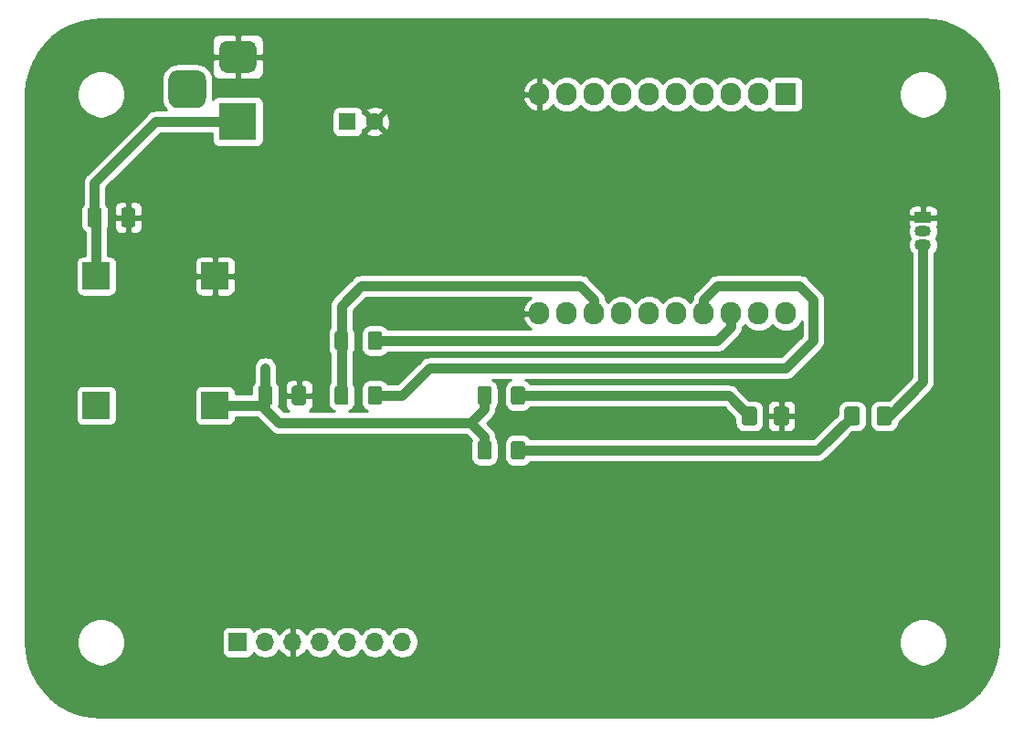
<source format=gbr>
%TF.GenerationSoftware,KiCad,Pcbnew,5.1.8+dfsg1-1+b1*%
%TF.CreationDate,2020-12-29T15:19:21-06:00*%
%TF.ProjectId,weather,77656174-6865-4722-9e6b-696361645f70,1.1.0*%
%TF.SameCoordinates,Original*%
%TF.FileFunction,Copper,L1,Top*%
%TF.FilePolarity,Positive*%
%FSLAX46Y46*%
G04 Gerber Fmt 4.6, Leading zero omitted, Abs format (unit mm)*
G04 Created by KiCad (PCBNEW 5.1.8+dfsg1-1+b1) date 2020-12-29 15:19:21*
%MOMM*%
%LPD*%
G01*
G04 APERTURE LIST*
%TA.AperFunction,ComponentPad*%
%ADD10C,1.600000*%
%TD*%
%TA.AperFunction,ComponentPad*%
%ADD11R,1.600000X1.600000*%
%TD*%
%TA.AperFunction,SMDPad,CuDef*%
%ADD12R,2.500000X2.500000*%
%TD*%
%TA.AperFunction,ComponentPad*%
%ADD13R,1.500000X1.050000*%
%TD*%
%TA.AperFunction,ComponentPad*%
%ADD14O,1.500000X1.050000*%
%TD*%
%TA.AperFunction,ComponentPad*%
%ADD15O,1.700000X1.700000*%
%TD*%
%TA.AperFunction,ComponentPad*%
%ADD16R,1.700000X1.700000*%
%TD*%
%TA.AperFunction,ComponentPad*%
%ADD17R,3.500000X3.500000*%
%TD*%
%TA.AperFunction,ComponentPad*%
%ADD18O,1.900000X2.100000*%
%TD*%
%TA.AperFunction,ComponentPad*%
%ADD19R,1.900000X2.100000*%
%TD*%
%TA.AperFunction,ViaPad*%
%ADD20C,0.800000*%
%TD*%
%TA.AperFunction,Conductor*%
%ADD21C,0.889000*%
%TD*%
%TA.AperFunction,Conductor*%
%ADD22C,0.254000*%
%TD*%
%TA.AperFunction,Conductor*%
%ADD23C,0.100000*%
%TD*%
G04 APERTURE END LIST*
D10*
%TO.P,C1,2*%
%TO.N,GND*%
X76160000Y-53340000D03*
D11*
%TO.P,C1,1*%
%TO.N,Net-(C1-Pad1)*%
X73660000Y-53340000D03*
%TD*%
D12*
%TO.P,PS1,4*%
%TO.N,N/C*%
X50380000Y-79660000D03*
%TO.P,PS1,3*%
%TO.N,+5V*%
X61380000Y-79660000D03*
%TO.P,PS1,2*%
%TO.N,GND*%
X61380000Y-67660000D03*
%TO.P,PS1,1*%
%TO.N,Net-(C1-Pad1)*%
X50380000Y-67660000D03*
%TD*%
%TO.P,R4,2*%
%TO.N,Net-(A1-Pad17)*%
%TA.AperFunction,SMDPad,CuDef*%
G36*
G01*
X75550000Y-79365001D02*
X75550000Y-78114999D01*
G75*
G02*
X75799999Y-77865000I249999J0D01*
G01*
X76600001Y-77865000D01*
G75*
G02*
X76850000Y-78114999I0J-249999D01*
G01*
X76850000Y-79365001D01*
G75*
G02*
X76600001Y-79615000I-249999J0D01*
G01*
X75799999Y-79615000D01*
G75*
G02*
X75550000Y-79365001I0J249999D01*
G01*
G37*
%TD.AperFunction*%
%TO.P,R4,1*%
%TO.N,+3V3*%
%TA.AperFunction,SMDPad,CuDef*%
G36*
G01*
X72450000Y-79365001D02*
X72450000Y-78114999D01*
G75*
G02*
X72699999Y-77865000I249999J0D01*
G01*
X73500001Y-77865000D01*
G75*
G02*
X73750000Y-78114999I0J-249999D01*
G01*
X73750000Y-79365001D01*
G75*
G02*
X73500001Y-79615000I-249999J0D01*
G01*
X72699999Y-79615000D01*
G75*
G02*
X72450000Y-79365001I0J249999D01*
G01*
G37*
%TD.AperFunction*%
%TD*%
%TO.P,R3,2*%
%TO.N,Net-(A1-Pad18)*%
%TA.AperFunction,SMDPad,CuDef*%
G36*
G01*
X75550000Y-74285001D02*
X75550000Y-73034999D01*
G75*
G02*
X75799999Y-72785000I249999J0D01*
G01*
X76600001Y-72785000D01*
G75*
G02*
X76850000Y-73034999I0J-249999D01*
G01*
X76850000Y-74285001D01*
G75*
G02*
X76600001Y-74535000I-249999J0D01*
G01*
X75799999Y-74535000D01*
G75*
G02*
X75550000Y-74285001I0J249999D01*
G01*
G37*
%TD.AperFunction*%
%TO.P,R3,1*%
%TO.N,+3V3*%
%TA.AperFunction,SMDPad,CuDef*%
G36*
G01*
X72450000Y-74285001D02*
X72450000Y-73034999D01*
G75*
G02*
X72699999Y-72785000I249999J0D01*
G01*
X73500001Y-72785000D01*
G75*
G02*
X73750000Y-73034999I0J-249999D01*
G01*
X73750000Y-74285001D01*
G75*
G02*
X73500001Y-74535000I-249999J0D01*
G01*
X72699999Y-74535000D01*
G75*
G02*
X72450000Y-74285001I0J249999D01*
G01*
G37*
%TD.AperFunction*%
%TD*%
D13*
%TO.P,Q1,1*%
%TO.N,GND*%
X127000000Y-62230000D03*
D14*
%TO.P,Q1,3*%
%TO.N,Net-(D2-Pad1)*%
X127000000Y-64770000D03*
%TO.P,Q1,2*%
%TO.N,Net-(A1-Pad6)*%
X127000000Y-63500000D03*
%TD*%
%TO.P,C3,2*%
%TO.N,GND*%
%TA.AperFunction,SMDPad,CuDef*%
G36*
G01*
X68502500Y-79390003D02*
X68502500Y-78089997D01*
G75*
G02*
X68752497Y-77840000I249997J0D01*
G01*
X69577503Y-77840000D01*
G75*
G02*
X69827500Y-78089997I0J-249997D01*
G01*
X69827500Y-79390003D01*
G75*
G02*
X69577503Y-79640000I-249997J0D01*
G01*
X68752497Y-79640000D01*
G75*
G02*
X68502500Y-79390003I0J249997D01*
G01*
G37*
%TD.AperFunction*%
%TO.P,C3,1*%
%TO.N,+5V*%
%TA.AperFunction,SMDPad,CuDef*%
G36*
G01*
X65377500Y-79390003D02*
X65377500Y-78089997D01*
G75*
G02*
X65627497Y-77840000I249997J0D01*
G01*
X66452503Y-77840000D01*
G75*
G02*
X66702500Y-78089997I0J-249997D01*
G01*
X66702500Y-79390003D01*
G75*
G02*
X66452503Y-79640000I-249997J0D01*
G01*
X65627497Y-79640000D01*
G75*
G02*
X65377500Y-79390003I0J249997D01*
G01*
G37*
%TD.AperFunction*%
%TD*%
%TO.P,C2,2*%
%TO.N,GND*%
%TA.AperFunction,SMDPad,CuDef*%
G36*
G01*
X52677500Y-62880003D02*
X52677500Y-61579997D01*
G75*
G02*
X52927497Y-61330000I249997J0D01*
G01*
X53752503Y-61330000D01*
G75*
G02*
X54002500Y-61579997I0J-249997D01*
G01*
X54002500Y-62880003D01*
G75*
G02*
X53752503Y-63130000I-249997J0D01*
G01*
X52927497Y-63130000D01*
G75*
G02*
X52677500Y-62880003I0J249997D01*
G01*
G37*
%TD.AperFunction*%
%TO.P,C2,1*%
%TO.N,Net-(C1-Pad1)*%
%TA.AperFunction,SMDPad,CuDef*%
G36*
G01*
X49552500Y-62880003D02*
X49552500Y-61579997D01*
G75*
G02*
X49802497Y-61330000I249997J0D01*
G01*
X50627503Y-61330000D01*
G75*
G02*
X50877500Y-61579997I0J-249997D01*
G01*
X50877500Y-62880003D01*
G75*
G02*
X50627503Y-63130000I-249997J0D01*
G01*
X49802497Y-63130000D01*
G75*
G02*
X49552500Y-62880003I0J249997D01*
G01*
G37*
%TD.AperFunction*%
%TD*%
%TO.P,R2,2*%
%TO.N,Net-(D2-Pad2)*%
%TA.AperFunction,SMDPad,CuDef*%
G36*
G01*
X88810000Y-84445001D02*
X88810000Y-83194999D01*
G75*
G02*
X89059999Y-82945000I249999J0D01*
G01*
X89860001Y-82945000D01*
G75*
G02*
X90110000Y-83194999I0J-249999D01*
G01*
X90110000Y-84445001D01*
G75*
G02*
X89860001Y-84695000I-249999J0D01*
G01*
X89059999Y-84695000D01*
G75*
G02*
X88810000Y-84445001I0J249999D01*
G01*
G37*
%TD.AperFunction*%
%TO.P,R2,1*%
%TO.N,+5V*%
%TA.AperFunction,SMDPad,CuDef*%
G36*
G01*
X85710000Y-84445001D02*
X85710000Y-83194999D01*
G75*
G02*
X85959999Y-82945000I249999J0D01*
G01*
X86760001Y-82945000D01*
G75*
G02*
X87010000Y-83194999I0J-249999D01*
G01*
X87010000Y-84445001D01*
G75*
G02*
X86760001Y-84695000I-249999J0D01*
G01*
X85959999Y-84695000D01*
G75*
G02*
X85710000Y-84445001I0J249999D01*
G01*
G37*
%TD.AperFunction*%
%TD*%
%TO.P,R1,2*%
%TO.N,Net-(D1-Pad2)*%
%TA.AperFunction,SMDPad,CuDef*%
G36*
G01*
X88810000Y-79365001D02*
X88810000Y-78114999D01*
G75*
G02*
X89059999Y-77865000I249999J0D01*
G01*
X89860001Y-77865000D01*
G75*
G02*
X90110000Y-78114999I0J-249999D01*
G01*
X90110000Y-79365001D01*
G75*
G02*
X89860001Y-79615000I-249999J0D01*
G01*
X89059999Y-79615000D01*
G75*
G02*
X88810000Y-79365001I0J249999D01*
G01*
G37*
%TD.AperFunction*%
%TO.P,R1,1*%
%TO.N,+5V*%
%TA.AperFunction,SMDPad,CuDef*%
G36*
G01*
X85710000Y-79365001D02*
X85710000Y-78114999D01*
G75*
G02*
X85959999Y-77865000I249999J0D01*
G01*
X86760001Y-77865000D01*
G75*
G02*
X87010000Y-78114999I0J-249999D01*
G01*
X87010000Y-79365001D01*
G75*
G02*
X86760001Y-79615000I-249999J0D01*
G01*
X85959999Y-79615000D01*
G75*
G02*
X85710000Y-79365001I0J249999D01*
G01*
G37*
%TD.AperFunction*%
%TD*%
%TO.P,D2,2*%
%TO.N,Net-(D2-Pad2)*%
%TA.AperFunction,SMDPad,CuDef*%
G36*
G01*
X121145000Y-80020000D02*
X121145000Y-81270000D01*
G75*
G02*
X120895000Y-81520000I-250000J0D01*
G01*
X119970000Y-81520000D01*
G75*
G02*
X119720000Y-81270000I0J250000D01*
G01*
X119720000Y-80020000D01*
G75*
G02*
X119970000Y-79770000I250000J0D01*
G01*
X120895000Y-79770000D01*
G75*
G02*
X121145000Y-80020000I0J-250000D01*
G01*
G37*
%TD.AperFunction*%
%TO.P,D2,1*%
%TO.N,Net-(D2-Pad1)*%
%TA.AperFunction,SMDPad,CuDef*%
G36*
G01*
X124120000Y-80020000D02*
X124120000Y-81270000D01*
G75*
G02*
X123870000Y-81520000I-250000J0D01*
G01*
X122945000Y-81520000D01*
G75*
G02*
X122695000Y-81270000I0J250000D01*
G01*
X122695000Y-80020000D01*
G75*
G02*
X122945000Y-79770000I250000J0D01*
G01*
X123870000Y-79770000D01*
G75*
G02*
X124120000Y-80020000I0J-250000D01*
G01*
G37*
%TD.AperFunction*%
%TD*%
%TO.P,D1,2*%
%TO.N,Net-(D1-Pad2)*%
%TA.AperFunction,SMDPad,CuDef*%
G36*
G01*
X111620000Y-80020000D02*
X111620000Y-81270000D01*
G75*
G02*
X111370000Y-81520000I-250000J0D01*
G01*
X110445000Y-81520000D01*
G75*
G02*
X110195000Y-81270000I0J250000D01*
G01*
X110195000Y-80020000D01*
G75*
G02*
X110445000Y-79770000I250000J0D01*
G01*
X111370000Y-79770000D01*
G75*
G02*
X111620000Y-80020000I0J-250000D01*
G01*
G37*
%TD.AperFunction*%
%TO.P,D1,1*%
%TO.N,GND*%
%TA.AperFunction,SMDPad,CuDef*%
G36*
G01*
X114595000Y-80020000D02*
X114595000Y-81270000D01*
G75*
G02*
X114345000Y-81520000I-250000J0D01*
G01*
X113420000Y-81520000D01*
G75*
G02*
X113170000Y-81270000I0J250000D01*
G01*
X113170000Y-80020000D01*
G75*
G02*
X113420000Y-79770000I250000J0D01*
G01*
X114345000Y-79770000D01*
G75*
G02*
X114595000Y-80020000I0J-250000D01*
G01*
G37*
%TD.AperFunction*%
%TD*%
D15*
%TO.P,U1,7*%
%TO.N,N/C*%
X78740000Y-101600000D03*
%TO.P,U1,6*%
%TO.N,Net-(A1-Pad17)*%
X76200000Y-101600000D03*
%TO.P,U1,5*%
%TO.N,N/C*%
X73660000Y-101600000D03*
%TO.P,U1,4*%
%TO.N,Net-(A1-Pad18)*%
X71120000Y-101600000D03*
%TO.P,U1,3*%
%TO.N,GND*%
X68580000Y-101600000D03*
%TO.P,U1,2*%
%TO.N,N/C*%
X66040000Y-101600000D03*
D16*
%TO.P,U1,1*%
%TO.N,+3V3*%
X63500000Y-101600000D03*
%TD*%
%TO.P,J1,3*%
%TO.N,N/C*%
%TA.AperFunction,ComponentPad*%
G36*
G01*
X57925000Y-48590000D02*
X59675000Y-48590000D01*
G75*
G02*
X60550000Y-49465000I0J-875000D01*
G01*
X60550000Y-51215000D01*
G75*
G02*
X59675000Y-52090000I-875000J0D01*
G01*
X57925000Y-52090000D01*
G75*
G02*
X57050000Y-51215000I0J875000D01*
G01*
X57050000Y-49465000D01*
G75*
G02*
X57925000Y-48590000I875000J0D01*
G01*
G37*
%TD.AperFunction*%
%TO.P,J1,2*%
%TO.N,GND*%
%TA.AperFunction,ComponentPad*%
G36*
G01*
X62500000Y-45840000D02*
X64500000Y-45840000D01*
G75*
G02*
X65250000Y-46590000I0J-750000D01*
G01*
X65250000Y-48090000D01*
G75*
G02*
X64500000Y-48840000I-750000J0D01*
G01*
X62500000Y-48840000D01*
G75*
G02*
X61750000Y-48090000I0J750000D01*
G01*
X61750000Y-46590000D01*
G75*
G02*
X62500000Y-45840000I750000J0D01*
G01*
G37*
%TD.AperFunction*%
D17*
%TO.P,J1,1*%
%TO.N,Net-(C1-Pad1)*%
X63500000Y-53340000D03*
%TD*%
D18*
%TO.P,A1,11*%
%TO.N,GND*%
X91440000Y-71120000D03*
%TO.P,A1,10*%
X91440000Y-50800000D03*
%TO.P,A1,12*%
%TO.N,N/C*%
X93980000Y-71120000D03*
%TO.P,A1,9*%
X93980000Y-50800000D03*
%TO.P,A1,13*%
%TO.N,+3V3*%
X96520000Y-71120000D03*
%TO.P,A1,8*%
%TO.N,+5V*%
X96520000Y-50800000D03*
%TO.P,A1,14*%
%TO.N,N/C*%
X99060000Y-71120000D03*
%TO.P,A1,7*%
X99060000Y-50800000D03*
%TO.P,A1,15*%
X101600000Y-71120000D03*
%TO.P,A1,6*%
%TO.N,Net-(A1-Pad6)*%
X101600000Y-50800000D03*
%TO.P,A1,16*%
%TO.N,N/C*%
X104140000Y-71120000D03*
%TO.P,A1,5*%
X104140000Y-50800000D03*
%TO.P,A1,17*%
%TO.N,Net-(A1-Pad17)*%
X106680000Y-71120000D03*
%TO.P,A1,4*%
%TO.N,Net-(A1-Pad1)*%
X106680000Y-50800000D03*
%TO.P,A1,18*%
%TO.N,Net-(A1-Pad18)*%
X109220000Y-71120000D03*
%TO.P,A1,3*%
%TO.N,N/C*%
X109220000Y-50800000D03*
%TO.P,A1,19*%
X111760000Y-71120000D03*
%TO.P,A1,2*%
X111760000Y-50800000D03*
%TO.P,A1,20*%
X114300000Y-71120000D03*
D19*
%TO.P,A1,1*%
%TO.N,Net-(A1-Pad1)*%
X114300000Y-50800000D03*
%TD*%
D20*
%TO.N,+5V*%
X66040000Y-76200000D03*
%TD*%
D21*
%TO.N,Net-(A1-Pad17)*%
X76200000Y-78740000D02*
X78740000Y-78740000D01*
X78740000Y-78740000D02*
X81280000Y-76200000D01*
X81280000Y-76200000D02*
X114300000Y-76200000D01*
X114300000Y-76200000D02*
X116840000Y-73660000D01*
X116840000Y-73660000D02*
X116840000Y-69850000D01*
X116840000Y-69850000D02*
X115570000Y-68580000D01*
X115570000Y-68580000D02*
X107950000Y-68580000D01*
X107950000Y-68580000D02*
X106680000Y-69850000D01*
X106680000Y-69850000D02*
X106680000Y-71120000D01*
%TO.N,Net-(A1-Pad18)*%
X76200000Y-73660000D02*
X107950000Y-73660000D01*
X107950000Y-73660000D02*
X109220000Y-72390000D01*
X109220000Y-72390000D02*
X109220000Y-71120000D01*
%TO.N,+5V*%
X66040000Y-78740000D02*
X66040000Y-80010000D01*
X61380000Y-79660000D02*
X65690000Y-79660000D01*
X65690000Y-79660000D02*
X66040000Y-80010000D01*
X85090000Y-81280000D02*
X86360000Y-82550000D01*
X86360000Y-82550000D02*
X86360000Y-83820000D01*
X86360000Y-80010000D02*
X86360000Y-78740000D01*
X85090000Y-81280000D02*
X86360000Y-80010000D01*
X67310000Y-81280000D02*
X85090000Y-81280000D01*
X66040000Y-80010000D02*
X67310000Y-81280000D01*
X66040000Y-78740000D02*
X66040000Y-76200000D01*
%TO.N,Net-(D1-Pad2)*%
X109002500Y-78740000D02*
X110907500Y-80645000D01*
X89460000Y-78740000D02*
X109002500Y-78740000D01*
%TO.N,Net-(D2-Pad2)*%
X117257500Y-83820000D02*
X120432500Y-80645000D01*
X89460000Y-83820000D02*
X117257500Y-83820000D01*
%TO.N,Net-(D2-Pad1)*%
X123407500Y-80645000D02*
X123825000Y-80645000D01*
X127000000Y-77470000D02*
X127000000Y-64770000D01*
X123825000Y-80645000D02*
X127000000Y-77470000D01*
%TO.N,+3V3*%
X73100000Y-78740000D02*
X73100000Y-73660000D01*
X73100000Y-73660000D02*
X73100000Y-70410000D01*
X73100000Y-70410000D02*
X74930000Y-68580000D01*
X74930000Y-68580000D02*
X95250000Y-68580000D01*
X96520000Y-69850000D02*
X96520000Y-71120000D01*
X95250000Y-68580000D02*
X96520000Y-69850000D01*
%TO.N,Net-(C1-Pad1)*%
X50380000Y-62395000D02*
X50215000Y-62230000D01*
X50380000Y-67660000D02*
X50380000Y-62395000D01*
X50215000Y-62230000D02*
X50215000Y-59005000D01*
X55880000Y-53340000D02*
X63500000Y-53340000D01*
X50215000Y-59005000D02*
X55880000Y-53340000D01*
%TD*%
D22*
%TO.N,GND*%
X128004470Y-43914617D02*
X128987898Y-44131739D01*
X129929675Y-44488546D01*
X130810095Y-44977575D01*
X131610687Y-45588569D01*
X132314694Y-46308732D01*
X132907370Y-47122987D01*
X133376296Y-48014269D01*
X133711647Y-48963900D01*
X133907127Y-49955692D01*
X133960000Y-50820164D01*
X133960001Y-101576080D01*
X133885382Y-102604470D01*
X133668262Y-103587896D01*
X133311454Y-104529675D01*
X132822424Y-105410095D01*
X132211435Y-106210684D01*
X131491268Y-106914694D01*
X130677013Y-107507370D01*
X129785731Y-107976296D01*
X128836099Y-108311647D01*
X127844309Y-108507127D01*
X126979835Y-108560000D01*
X50823906Y-108560000D01*
X49795530Y-108485382D01*
X48812104Y-108268262D01*
X47870325Y-107911454D01*
X46989905Y-107422424D01*
X46189316Y-106811435D01*
X45485306Y-106091268D01*
X44892630Y-105277013D01*
X44423704Y-104385731D01*
X44088353Y-103436099D01*
X43892873Y-102444309D01*
X43840000Y-101579835D01*
X43840000Y-101379872D01*
X48565000Y-101379872D01*
X48565000Y-101820128D01*
X48650890Y-102251925D01*
X48819369Y-102658669D01*
X49063962Y-103024729D01*
X49375271Y-103336038D01*
X49741331Y-103580631D01*
X50148075Y-103749110D01*
X50579872Y-103835000D01*
X51020128Y-103835000D01*
X51451925Y-103749110D01*
X51858669Y-103580631D01*
X52224729Y-103336038D01*
X52536038Y-103024729D01*
X52780631Y-102658669D01*
X52949110Y-102251925D01*
X53035000Y-101820128D01*
X53035000Y-101379872D01*
X52949110Y-100948075D01*
X52867065Y-100750000D01*
X62011928Y-100750000D01*
X62011928Y-102450000D01*
X62024188Y-102574482D01*
X62060498Y-102694180D01*
X62119463Y-102804494D01*
X62198815Y-102901185D01*
X62295506Y-102980537D01*
X62405820Y-103039502D01*
X62525518Y-103075812D01*
X62650000Y-103088072D01*
X64350000Y-103088072D01*
X64474482Y-103075812D01*
X64594180Y-103039502D01*
X64704494Y-102980537D01*
X64801185Y-102901185D01*
X64880537Y-102804494D01*
X64939502Y-102694180D01*
X64961513Y-102621620D01*
X65093368Y-102753475D01*
X65336589Y-102915990D01*
X65606842Y-103027932D01*
X65893740Y-103085000D01*
X66186260Y-103085000D01*
X66473158Y-103027932D01*
X66743411Y-102915990D01*
X66986632Y-102753475D01*
X67193475Y-102546632D01*
X67315195Y-102364466D01*
X67384822Y-102481355D01*
X67579731Y-102697588D01*
X67813080Y-102871641D01*
X68075901Y-102996825D01*
X68223110Y-103041476D01*
X68453000Y-102920155D01*
X68453000Y-101727000D01*
X68433000Y-101727000D01*
X68433000Y-101473000D01*
X68453000Y-101473000D01*
X68453000Y-100279845D01*
X68707000Y-100279845D01*
X68707000Y-101473000D01*
X68727000Y-101473000D01*
X68727000Y-101727000D01*
X68707000Y-101727000D01*
X68707000Y-102920155D01*
X68936890Y-103041476D01*
X69084099Y-102996825D01*
X69346920Y-102871641D01*
X69580269Y-102697588D01*
X69775178Y-102481355D01*
X69844805Y-102364466D01*
X69966525Y-102546632D01*
X70173368Y-102753475D01*
X70416589Y-102915990D01*
X70686842Y-103027932D01*
X70973740Y-103085000D01*
X71266260Y-103085000D01*
X71553158Y-103027932D01*
X71823411Y-102915990D01*
X72066632Y-102753475D01*
X72273475Y-102546632D01*
X72390000Y-102372240D01*
X72506525Y-102546632D01*
X72713368Y-102753475D01*
X72956589Y-102915990D01*
X73226842Y-103027932D01*
X73513740Y-103085000D01*
X73806260Y-103085000D01*
X74093158Y-103027932D01*
X74363411Y-102915990D01*
X74606632Y-102753475D01*
X74813475Y-102546632D01*
X74930000Y-102372240D01*
X75046525Y-102546632D01*
X75253368Y-102753475D01*
X75496589Y-102915990D01*
X75766842Y-103027932D01*
X76053740Y-103085000D01*
X76346260Y-103085000D01*
X76633158Y-103027932D01*
X76903411Y-102915990D01*
X77146632Y-102753475D01*
X77353475Y-102546632D01*
X77470000Y-102372240D01*
X77586525Y-102546632D01*
X77793368Y-102753475D01*
X78036589Y-102915990D01*
X78306842Y-103027932D01*
X78593740Y-103085000D01*
X78886260Y-103085000D01*
X79173158Y-103027932D01*
X79443411Y-102915990D01*
X79686632Y-102753475D01*
X79893475Y-102546632D01*
X80055990Y-102303411D01*
X80167932Y-102033158D01*
X80225000Y-101746260D01*
X80225000Y-101453740D01*
X80210307Y-101379872D01*
X124765000Y-101379872D01*
X124765000Y-101820128D01*
X124850890Y-102251925D01*
X125019369Y-102658669D01*
X125263962Y-103024729D01*
X125575271Y-103336038D01*
X125941331Y-103580631D01*
X126348075Y-103749110D01*
X126779872Y-103835000D01*
X127220128Y-103835000D01*
X127651925Y-103749110D01*
X128058669Y-103580631D01*
X128424729Y-103336038D01*
X128736038Y-103024729D01*
X128980631Y-102658669D01*
X129149110Y-102251925D01*
X129235000Y-101820128D01*
X129235000Y-101379872D01*
X129149110Y-100948075D01*
X128980631Y-100541331D01*
X128736038Y-100175271D01*
X128424729Y-99863962D01*
X128058669Y-99619369D01*
X127651925Y-99450890D01*
X127220128Y-99365000D01*
X126779872Y-99365000D01*
X126348075Y-99450890D01*
X125941331Y-99619369D01*
X125575271Y-99863962D01*
X125263962Y-100175271D01*
X125019369Y-100541331D01*
X124850890Y-100948075D01*
X124765000Y-101379872D01*
X80210307Y-101379872D01*
X80167932Y-101166842D01*
X80055990Y-100896589D01*
X79893475Y-100653368D01*
X79686632Y-100446525D01*
X79443411Y-100284010D01*
X79173158Y-100172068D01*
X78886260Y-100115000D01*
X78593740Y-100115000D01*
X78306842Y-100172068D01*
X78036589Y-100284010D01*
X77793368Y-100446525D01*
X77586525Y-100653368D01*
X77470000Y-100827760D01*
X77353475Y-100653368D01*
X77146632Y-100446525D01*
X76903411Y-100284010D01*
X76633158Y-100172068D01*
X76346260Y-100115000D01*
X76053740Y-100115000D01*
X75766842Y-100172068D01*
X75496589Y-100284010D01*
X75253368Y-100446525D01*
X75046525Y-100653368D01*
X74930000Y-100827760D01*
X74813475Y-100653368D01*
X74606632Y-100446525D01*
X74363411Y-100284010D01*
X74093158Y-100172068D01*
X73806260Y-100115000D01*
X73513740Y-100115000D01*
X73226842Y-100172068D01*
X72956589Y-100284010D01*
X72713368Y-100446525D01*
X72506525Y-100653368D01*
X72390000Y-100827760D01*
X72273475Y-100653368D01*
X72066632Y-100446525D01*
X71823411Y-100284010D01*
X71553158Y-100172068D01*
X71266260Y-100115000D01*
X70973740Y-100115000D01*
X70686842Y-100172068D01*
X70416589Y-100284010D01*
X70173368Y-100446525D01*
X69966525Y-100653368D01*
X69844805Y-100835534D01*
X69775178Y-100718645D01*
X69580269Y-100502412D01*
X69346920Y-100328359D01*
X69084099Y-100203175D01*
X68936890Y-100158524D01*
X68707000Y-100279845D01*
X68453000Y-100279845D01*
X68223110Y-100158524D01*
X68075901Y-100203175D01*
X67813080Y-100328359D01*
X67579731Y-100502412D01*
X67384822Y-100718645D01*
X67315195Y-100835534D01*
X67193475Y-100653368D01*
X66986632Y-100446525D01*
X66743411Y-100284010D01*
X66473158Y-100172068D01*
X66186260Y-100115000D01*
X65893740Y-100115000D01*
X65606842Y-100172068D01*
X65336589Y-100284010D01*
X65093368Y-100446525D01*
X64961513Y-100578380D01*
X64939502Y-100505820D01*
X64880537Y-100395506D01*
X64801185Y-100298815D01*
X64704494Y-100219463D01*
X64594180Y-100160498D01*
X64474482Y-100124188D01*
X64350000Y-100111928D01*
X62650000Y-100111928D01*
X62525518Y-100124188D01*
X62405820Y-100160498D01*
X62295506Y-100219463D01*
X62198815Y-100298815D01*
X62119463Y-100395506D01*
X62060498Y-100505820D01*
X62024188Y-100625518D01*
X62011928Y-100750000D01*
X52867065Y-100750000D01*
X52780631Y-100541331D01*
X52536038Y-100175271D01*
X52224729Y-99863962D01*
X51858669Y-99619369D01*
X51451925Y-99450890D01*
X51020128Y-99365000D01*
X50579872Y-99365000D01*
X50148075Y-99450890D01*
X49741331Y-99619369D01*
X49375271Y-99863962D01*
X49063962Y-100175271D01*
X48819369Y-100541331D01*
X48650890Y-100948075D01*
X48565000Y-101379872D01*
X43840000Y-101379872D01*
X43840000Y-78410000D01*
X48491928Y-78410000D01*
X48491928Y-80910000D01*
X48504188Y-81034482D01*
X48540498Y-81154180D01*
X48599463Y-81264494D01*
X48678815Y-81361185D01*
X48775506Y-81440537D01*
X48885820Y-81499502D01*
X49005518Y-81535812D01*
X49130000Y-81548072D01*
X51630000Y-81548072D01*
X51754482Y-81535812D01*
X51874180Y-81499502D01*
X51984494Y-81440537D01*
X52081185Y-81361185D01*
X52160537Y-81264494D01*
X52219502Y-81154180D01*
X52255812Y-81034482D01*
X52268072Y-80910000D01*
X52268072Y-78410000D01*
X59491928Y-78410000D01*
X59491928Y-80910000D01*
X59504188Y-81034482D01*
X59540498Y-81154180D01*
X59599463Y-81264494D01*
X59678815Y-81361185D01*
X59775506Y-81440537D01*
X59885820Y-81499502D01*
X60005518Y-81535812D01*
X60130000Y-81548072D01*
X62630000Y-81548072D01*
X62754482Y-81535812D01*
X62874180Y-81499502D01*
X62984494Y-81440537D01*
X63081185Y-81361185D01*
X63160537Y-81264494D01*
X63219502Y-81154180D01*
X63255812Y-81034482D01*
X63268072Y-80910000D01*
X63268072Y-80739500D01*
X65242198Y-80739500D01*
X65272986Y-80777015D01*
X65314175Y-80810818D01*
X65314176Y-80810819D01*
X65314181Y-80810823D01*
X66509178Y-82005821D01*
X66542985Y-82047015D01*
X66707360Y-82181914D01*
X66894894Y-82282153D01*
X67098381Y-82343880D01*
X67256971Y-82359500D01*
X67256978Y-82359500D01*
X67309999Y-82364722D01*
X67363021Y-82359500D01*
X84642858Y-82359500D01*
X85139290Y-82855933D01*
X85088992Y-83021745D01*
X85071928Y-83194999D01*
X85071928Y-84445001D01*
X85088992Y-84618255D01*
X85139528Y-84784851D01*
X85221595Y-84938387D01*
X85332038Y-85072962D01*
X85466613Y-85183405D01*
X85620149Y-85265472D01*
X85786745Y-85316008D01*
X85959999Y-85333072D01*
X86760001Y-85333072D01*
X86933255Y-85316008D01*
X87099851Y-85265472D01*
X87253387Y-85183405D01*
X87387962Y-85072962D01*
X87498405Y-84938387D01*
X87580472Y-84784851D01*
X87631008Y-84618255D01*
X87648072Y-84445001D01*
X87648072Y-83194999D01*
X88171928Y-83194999D01*
X88171928Y-84445001D01*
X88188992Y-84618255D01*
X88239528Y-84784851D01*
X88321595Y-84938387D01*
X88432038Y-85072962D01*
X88566613Y-85183405D01*
X88720149Y-85265472D01*
X88886745Y-85316008D01*
X89059999Y-85333072D01*
X89860001Y-85333072D01*
X90033255Y-85316008D01*
X90199851Y-85265472D01*
X90353387Y-85183405D01*
X90487962Y-85072962D01*
X90598405Y-84938387D01*
X90619191Y-84899500D01*
X117204471Y-84899500D01*
X117257500Y-84904723D01*
X117310529Y-84899500D01*
X117469119Y-84883880D01*
X117672606Y-84822153D01*
X117860140Y-84721914D01*
X118024515Y-84587015D01*
X118058327Y-84545815D01*
X120446071Y-82158072D01*
X120895000Y-82158072D01*
X121068254Y-82141008D01*
X121234850Y-82090472D01*
X121388386Y-82008405D01*
X121522962Y-81897962D01*
X121633405Y-81763386D01*
X121715472Y-81609850D01*
X121766008Y-81443254D01*
X121783072Y-81270000D01*
X121783072Y-80020000D01*
X122056928Y-80020000D01*
X122056928Y-81270000D01*
X122073992Y-81443254D01*
X122124528Y-81609850D01*
X122206595Y-81763386D01*
X122317038Y-81897962D01*
X122451614Y-82008405D01*
X122605150Y-82090472D01*
X122771746Y-82141008D01*
X122945000Y-82158072D01*
X123870000Y-82158072D01*
X124043254Y-82141008D01*
X124209850Y-82090472D01*
X124363386Y-82008405D01*
X124497962Y-81897962D01*
X124608405Y-81763386D01*
X124690472Y-81609850D01*
X124741008Y-81443254D01*
X124758072Y-81270000D01*
X124758072Y-81238570D01*
X127725821Y-78270822D01*
X127767015Y-78237015D01*
X127901914Y-78072640D01*
X128002153Y-77885106D01*
X128063880Y-77681619D01*
X128079500Y-77523029D01*
X128079500Y-77523022D01*
X128084722Y-77470001D01*
X128079500Y-77416979D01*
X128079500Y-65557306D01*
X128194171Y-65417579D01*
X128301885Y-65216060D01*
X128368215Y-64997400D01*
X128390612Y-64770000D01*
X128368215Y-64542600D01*
X128301885Y-64323940D01*
X128200895Y-64135000D01*
X128301885Y-63946060D01*
X128368215Y-63727400D01*
X128390612Y-63500000D01*
X128368215Y-63272600D01*
X128304907Y-63063902D01*
X128339502Y-62999180D01*
X128375812Y-62879482D01*
X128388072Y-62755000D01*
X128385000Y-62515750D01*
X128226250Y-62357000D01*
X127453109Y-62357000D01*
X127452400Y-62356785D01*
X127281979Y-62340000D01*
X126718021Y-62340000D01*
X126547600Y-62356785D01*
X126546891Y-62357000D01*
X125773750Y-62357000D01*
X125615000Y-62515750D01*
X125611928Y-62755000D01*
X125624188Y-62879482D01*
X125660498Y-62999180D01*
X125695093Y-63063902D01*
X125631785Y-63272600D01*
X125609388Y-63500000D01*
X125631785Y-63727400D01*
X125698115Y-63946060D01*
X125799105Y-64135000D01*
X125698115Y-64323940D01*
X125631785Y-64542600D01*
X125609388Y-64770000D01*
X125631785Y-64997400D01*
X125698115Y-65216060D01*
X125805829Y-65417579D01*
X125920501Y-65557307D01*
X125920500Y-77022857D01*
X123811430Y-79131928D01*
X122945000Y-79131928D01*
X122771746Y-79148992D01*
X122605150Y-79199528D01*
X122451614Y-79281595D01*
X122317038Y-79392038D01*
X122206595Y-79526614D01*
X122124528Y-79680150D01*
X122073992Y-79846746D01*
X122056928Y-80020000D01*
X121783072Y-80020000D01*
X121766008Y-79846746D01*
X121715472Y-79680150D01*
X121633405Y-79526614D01*
X121522962Y-79392038D01*
X121388386Y-79281595D01*
X121234850Y-79199528D01*
X121068254Y-79148992D01*
X120895000Y-79131928D01*
X119970000Y-79131928D01*
X119796746Y-79148992D01*
X119630150Y-79199528D01*
X119476614Y-79281595D01*
X119342038Y-79392038D01*
X119231595Y-79526614D01*
X119149528Y-79680150D01*
X119098992Y-79846746D01*
X119081928Y-80020000D01*
X119081928Y-80468929D01*
X116810358Y-82740500D01*
X90619191Y-82740500D01*
X90598405Y-82701613D01*
X90487962Y-82567038D01*
X90353387Y-82456595D01*
X90199851Y-82374528D01*
X90033255Y-82323992D01*
X89860001Y-82306928D01*
X89059999Y-82306928D01*
X88886745Y-82323992D01*
X88720149Y-82374528D01*
X88566613Y-82456595D01*
X88432038Y-82567038D01*
X88321595Y-82701613D01*
X88239528Y-82855149D01*
X88188992Y-83021745D01*
X88171928Y-83194999D01*
X87648072Y-83194999D01*
X87631008Y-83021745D01*
X87580472Y-82855149D01*
X87498405Y-82701613D01*
X87439500Y-82629837D01*
X87439500Y-82603021D01*
X87444722Y-82549999D01*
X87439500Y-82496978D01*
X87439500Y-82496971D01*
X87423880Y-82338381D01*
X87362153Y-82134894D01*
X87261914Y-81947360D01*
X87127015Y-81782985D01*
X87085821Y-81749178D01*
X86616643Y-81280000D01*
X87085821Y-80810822D01*
X87127015Y-80777015D01*
X87261914Y-80612640D01*
X87362153Y-80425106D01*
X87423880Y-80221619D01*
X87439500Y-80063029D01*
X87439500Y-80063022D01*
X87444722Y-80010001D01*
X87439500Y-79956979D01*
X87439500Y-79930163D01*
X87498405Y-79858387D01*
X87580472Y-79704851D01*
X87631008Y-79538255D01*
X87648072Y-79365001D01*
X87648072Y-78114999D01*
X87631008Y-77941745D01*
X87580472Y-77775149D01*
X87498405Y-77621613D01*
X87387962Y-77487038D01*
X87253387Y-77376595D01*
X87099851Y-77294528D01*
X87050310Y-77279500D01*
X88769690Y-77279500D01*
X88720149Y-77294528D01*
X88566613Y-77376595D01*
X88432038Y-77487038D01*
X88321595Y-77621613D01*
X88239528Y-77775149D01*
X88188992Y-77941745D01*
X88171928Y-78114999D01*
X88171928Y-79365001D01*
X88188992Y-79538255D01*
X88239528Y-79704851D01*
X88321595Y-79858387D01*
X88432038Y-79992962D01*
X88566613Y-80103405D01*
X88720149Y-80185472D01*
X88886745Y-80236008D01*
X89059999Y-80253072D01*
X89860001Y-80253072D01*
X90033255Y-80236008D01*
X90199851Y-80185472D01*
X90353387Y-80103405D01*
X90487962Y-79992962D01*
X90598405Y-79858387D01*
X90619191Y-79819500D01*
X108555358Y-79819500D01*
X109556928Y-80821071D01*
X109556928Y-81270000D01*
X109573992Y-81443254D01*
X109624528Y-81609850D01*
X109706595Y-81763386D01*
X109817038Y-81897962D01*
X109951614Y-82008405D01*
X110105150Y-82090472D01*
X110271746Y-82141008D01*
X110445000Y-82158072D01*
X111370000Y-82158072D01*
X111543254Y-82141008D01*
X111709850Y-82090472D01*
X111863386Y-82008405D01*
X111997962Y-81897962D01*
X112108405Y-81763386D01*
X112190472Y-81609850D01*
X112217727Y-81520000D01*
X112531928Y-81520000D01*
X112544188Y-81644482D01*
X112580498Y-81764180D01*
X112639463Y-81874494D01*
X112718815Y-81971185D01*
X112815506Y-82050537D01*
X112925820Y-82109502D01*
X113045518Y-82145812D01*
X113170000Y-82158072D01*
X113596750Y-82155000D01*
X113755500Y-81996250D01*
X113755500Y-80772000D01*
X114009500Y-80772000D01*
X114009500Y-81996250D01*
X114168250Y-82155000D01*
X114595000Y-82158072D01*
X114719482Y-82145812D01*
X114839180Y-82109502D01*
X114949494Y-82050537D01*
X115046185Y-81971185D01*
X115125537Y-81874494D01*
X115184502Y-81764180D01*
X115220812Y-81644482D01*
X115233072Y-81520000D01*
X115230000Y-80930750D01*
X115071250Y-80772000D01*
X114009500Y-80772000D01*
X113755500Y-80772000D01*
X112693750Y-80772000D01*
X112535000Y-80930750D01*
X112531928Y-81520000D01*
X112217727Y-81520000D01*
X112241008Y-81443254D01*
X112258072Y-81270000D01*
X112258072Y-80020000D01*
X112241008Y-79846746D01*
X112217728Y-79770000D01*
X112531928Y-79770000D01*
X112535000Y-80359250D01*
X112693750Y-80518000D01*
X113755500Y-80518000D01*
X113755500Y-79293750D01*
X114009500Y-79293750D01*
X114009500Y-80518000D01*
X115071250Y-80518000D01*
X115230000Y-80359250D01*
X115233072Y-79770000D01*
X115220812Y-79645518D01*
X115184502Y-79525820D01*
X115125537Y-79415506D01*
X115046185Y-79318815D01*
X114949494Y-79239463D01*
X114839180Y-79180498D01*
X114719482Y-79144188D01*
X114595000Y-79131928D01*
X114168250Y-79135000D01*
X114009500Y-79293750D01*
X113755500Y-79293750D01*
X113596750Y-79135000D01*
X113170000Y-79131928D01*
X113045518Y-79144188D01*
X112925820Y-79180498D01*
X112815506Y-79239463D01*
X112718815Y-79318815D01*
X112639463Y-79415506D01*
X112580498Y-79525820D01*
X112544188Y-79645518D01*
X112531928Y-79770000D01*
X112217728Y-79770000D01*
X112190472Y-79680150D01*
X112108405Y-79526614D01*
X111997962Y-79392038D01*
X111863386Y-79281595D01*
X111709850Y-79199528D01*
X111543254Y-79148992D01*
X111370000Y-79131928D01*
X110921071Y-79131928D01*
X109803326Y-78014184D01*
X109769515Y-77972985D01*
X109605140Y-77838086D01*
X109417606Y-77737847D01*
X109214119Y-77676120D01*
X109055529Y-77660500D01*
X109002500Y-77655277D01*
X108949471Y-77660500D01*
X90619191Y-77660500D01*
X90598405Y-77621613D01*
X90487962Y-77487038D01*
X90353387Y-77376595D01*
X90199851Y-77294528D01*
X90150310Y-77279500D01*
X114246971Y-77279500D01*
X114300000Y-77284723D01*
X114353029Y-77279500D01*
X114511619Y-77263880D01*
X114715106Y-77202153D01*
X114902640Y-77101914D01*
X115067015Y-76967015D01*
X115100827Y-76925815D01*
X117565821Y-74460822D01*
X117607015Y-74427015D01*
X117741914Y-74262640D01*
X117842153Y-74075106D01*
X117903880Y-73871619D01*
X117919500Y-73713029D01*
X117919500Y-73713022D01*
X117924722Y-73660001D01*
X117919500Y-73606979D01*
X117919500Y-69903021D01*
X117924722Y-69849999D01*
X117919500Y-69796978D01*
X117919500Y-69796971D01*
X117903880Y-69638381D01*
X117842153Y-69434894D01*
X117741914Y-69247360D01*
X117607015Y-69082985D01*
X117565821Y-69049178D01*
X116370826Y-67854184D01*
X116337015Y-67812985D01*
X116172640Y-67678086D01*
X115985106Y-67577847D01*
X115781619Y-67516120D01*
X115623029Y-67500500D01*
X115570000Y-67495277D01*
X115516971Y-67500500D01*
X108003021Y-67500500D01*
X107949999Y-67495278D01*
X107896978Y-67500500D01*
X107896971Y-67500500D01*
X107738381Y-67516120D01*
X107534894Y-67577847D01*
X107347360Y-67678086D01*
X107182985Y-67812985D01*
X107149178Y-67854179D01*
X105954184Y-69049174D01*
X105912985Y-69082985D01*
X105778086Y-69247360D01*
X105677847Y-69434895D01*
X105663584Y-69481914D01*
X105616120Y-69638382D01*
X105595277Y-69850000D01*
X105596169Y-69859053D01*
X105553813Y-69893813D01*
X105410000Y-70069050D01*
X105266187Y-69893813D01*
X105024839Y-69695744D01*
X104749488Y-69548566D01*
X104450714Y-69457934D01*
X104140000Y-69427331D01*
X103829287Y-69457934D01*
X103530513Y-69548566D01*
X103255162Y-69695744D01*
X103013813Y-69893813D01*
X102870000Y-70069050D01*
X102726187Y-69893813D01*
X102484839Y-69695744D01*
X102209488Y-69548566D01*
X101910714Y-69457934D01*
X101600000Y-69427331D01*
X101289287Y-69457934D01*
X100990513Y-69548566D01*
X100715162Y-69695744D01*
X100473813Y-69893813D01*
X100330000Y-70069050D01*
X100186187Y-69893813D01*
X99944839Y-69695744D01*
X99669488Y-69548566D01*
X99370714Y-69457934D01*
X99060000Y-69427331D01*
X98749287Y-69457934D01*
X98450513Y-69548566D01*
X98175162Y-69695744D01*
X97933813Y-69893813D01*
X97790000Y-70069050D01*
X97646187Y-69893813D01*
X97603830Y-69859052D01*
X97604722Y-69849999D01*
X97599500Y-69796978D01*
X97599500Y-69796971D01*
X97583880Y-69638381D01*
X97522153Y-69434894D01*
X97421914Y-69247360D01*
X97287015Y-69082985D01*
X97245821Y-69049178D01*
X96050826Y-67854184D01*
X96017015Y-67812985D01*
X95852640Y-67678086D01*
X95665106Y-67577847D01*
X95461619Y-67516120D01*
X95303029Y-67500500D01*
X95250000Y-67495277D01*
X95196971Y-67500500D01*
X74983029Y-67500500D01*
X74930000Y-67495277D01*
X74876971Y-67500500D01*
X74718381Y-67516120D01*
X74514894Y-67577847D01*
X74327360Y-67678086D01*
X74162985Y-67812985D01*
X74129182Y-67854174D01*
X72374180Y-69609178D01*
X72332986Y-69642985D01*
X72198087Y-69807360D01*
X72151877Y-69893813D01*
X72097847Y-69994896D01*
X72036120Y-70198382D01*
X72015277Y-70410000D01*
X72020501Y-70463039D01*
X72020500Y-72469837D01*
X71961595Y-72541613D01*
X71879528Y-72695149D01*
X71828992Y-72861745D01*
X71811928Y-73034999D01*
X71811928Y-74285001D01*
X71828992Y-74458255D01*
X71879528Y-74624851D01*
X71961595Y-74778387D01*
X72020501Y-74850164D01*
X72020500Y-77549837D01*
X71961595Y-77621613D01*
X71879528Y-77775149D01*
X71828992Y-77941745D01*
X71811928Y-78114999D01*
X71811928Y-79365001D01*
X71828992Y-79538255D01*
X71879528Y-79704851D01*
X71961595Y-79858387D01*
X72072038Y-79992962D01*
X72206613Y-80103405D01*
X72360149Y-80185472D01*
X72409690Y-80200500D01*
X70125938Y-80200500D01*
X70181994Y-80170537D01*
X70278685Y-80091185D01*
X70358037Y-79994494D01*
X70417002Y-79884180D01*
X70453312Y-79764482D01*
X70465572Y-79640000D01*
X70462500Y-79025750D01*
X70303750Y-78867000D01*
X69292000Y-78867000D01*
X69292000Y-78887000D01*
X69038000Y-78887000D01*
X69038000Y-78867000D01*
X68026250Y-78867000D01*
X67867500Y-79025750D01*
X67864428Y-79640000D01*
X67876688Y-79764482D01*
X67912998Y-79884180D01*
X67971963Y-79994494D01*
X68051315Y-80091185D01*
X68148006Y-80170537D01*
X68204062Y-80200500D01*
X67757143Y-80200500D01*
X67276119Y-79719477D01*
X67323508Y-79563257D01*
X67340572Y-79390003D01*
X67340572Y-78089997D01*
X67323508Y-77916743D01*
X67300229Y-77840000D01*
X67864428Y-77840000D01*
X67867500Y-78454250D01*
X68026250Y-78613000D01*
X69038000Y-78613000D01*
X69038000Y-77363750D01*
X69292000Y-77363750D01*
X69292000Y-78613000D01*
X70303750Y-78613000D01*
X70462500Y-78454250D01*
X70465572Y-77840000D01*
X70453312Y-77715518D01*
X70417002Y-77595820D01*
X70358037Y-77485506D01*
X70278685Y-77388815D01*
X70181994Y-77309463D01*
X70071680Y-77250498D01*
X69951982Y-77214188D01*
X69827500Y-77201928D01*
X69450750Y-77205000D01*
X69292000Y-77363750D01*
X69038000Y-77363750D01*
X68879250Y-77205000D01*
X68502500Y-77201928D01*
X68378018Y-77214188D01*
X68258320Y-77250498D01*
X68148006Y-77309463D01*
X68051315Y-77388815D01*
X67971963Y-77485506D01*
X67912998Y-77595820D01*
X67876688Y-77715518D01*
X67864428Y-77840000D01*
X67300229Y-77840000D01*
X67272972Y-77750148D01*
X67190905Y-77596612D01*
X67119500Y-77509604D01*
X67119500Y-76146971D01*
X67103880Y-75988381D01*
X67042153Y-75784894D01*
X66941914Y-75597360D01*
X66807015Y-75432985D01*
X66642640Y-75298086D01*
X66455106Y-75197847D01*
X66251619Y-75136120D01*
X66040000Y-75115277D01*
X65828382Y-75136120D01*
X65624895Y-75197847D01*
X65437361Y-75298086D01*
X65272986Y-75432985D01*
X65138087Y-75597360D01*
X65037848Y-75784894D01*
X64976121Y-75988381D01*
X64960501Y-76146971D01*
X64960500Y-77509603D01*
X64889095Y-77596612D01*
X64807028Y-77750148D01*
X64756492Y-77916743D01*
X64739428Y-78089997D01*
X64739428Y-78580500D01*
X63268072Y-78580500D01*
X63268072Y-78410000D01*
X63255812Y-78285518D01*
X63219502Y-78165820D01*
X63160537Y-78055506D01*
X63081185Y-77958815D01*
X62984494Y-77879463D01*
X62874180Y-77820498D01*
X62754482Y-77784188D01*
X62630000Y-77771928D01*
X60130000Y-77771928D01*
X60005518Y-77784188D01*
X59885820Y-77820498D01*
X59775506Y-77879463D01*
X59678815Y-77958815D01*
X59599463Y-78055506D01*
X59540498Y-78165820D01*
X59504188Y-78285518D01*
X59491928Y-78410000D01*
X52268072Y-78410000D01*
X52255812Y-78285518D01*
X52219502Y-78165820D01*
X52160537Y-78055506D01*
X52081185Y-77958815D01*
X51984494Y-77879463D01*
X51874180Y-77820498D01*
X51754482Y-77784188D01*
X51630000Y-77771928D01*
X49130000Y-77771928D01*
X49005518Y-77784188D01*
X48885820Y-77820498D01*
X48775506Y-77879463D01*
X48678815Y-77958815D01*
X48599463Y-78055506D01*
X48540498Y-78165820D01*
X48504188Y-78285518D01*
X48491928Y-78410000D01*
X43840000Y-78410000D01*
X43840000Y-66410000D01*
X48491928Y-66410000D01*
X48491928Y-68910000D01*
X48504188Y-69034482D01*
X48540498Y-69154180D01*
X48599463Y-69264494D01*
X48678815Y-69361185D01*
X48775506Y-69440537D01*
X48885820Y-69499502D01*
X49005518Y-69535812D01*
X49130000Y-69548072D01*
X51630000Y-69548072D01*
X51754482Y-69535812D01*
X51874180Y-69499502D01*
X51984494Y-69440537D01*
X52081185Y-69361185D01*
X52160537Y-69264494D01*
X52219502Y-69154180D01*
X52255812Y-69034482D01*
X52268072Y-68910000D01*
X59491928Y-68910000D01*
X59504188Y-69034482D01*
X59540498Y-69154180D01*
X59599463Y-69264494D01*
X59678815Y-69361185D01*
X59775506Y-69440537D01*
X59885820Y-69499502D01*
X60005518Y-69535812D01*
X60130000Y-69548072D01*
X61094250Y-69545000D01*
X61253000Y-69386250D01*
X61253000Y-67787000D01*
X61507000Y-67787000D01*
X61507000Y-69386250D01*
X61665750Y-69545000D01*
X62630000Y-69548072D01*
X62754482Y-69535812D01*
X62874180Y-69499502D01*
X62984494Y-69440537D01*
X63081185Y-69361185D01*
X63160537Y-69264494D01*
X63219502Y-69154180D01*
X63255812Y-69034482D01*
X63268072Y-68910000D01*
X63265000Y-67945750D01*
X63106250Y-67787000D01*
X61507000Y-67787000D01*
X61253000Y-67787000D01*
X59653750Y-67787000D01*
X59495000Y-67945750D01*
X59491928Y-68910000D01*
X52268072Y-68910000D01*
X52268072Y-66410000D01*
X59491928Y-66410000D01*
X59495000Y-67374250D01*
X59653750Y-67533000D01*
X61253000Y-67533000D01*
X61253000Y-65933750D01*
X61507000Y-65933750D01*
X61507000Y-67533000D01*
X63106250Y-67533000D01*
X63265000Y-67374250D01*
X63268072Y-66410000D01*
X63255812Y-66285518D01*
X63219502Y-66165820D01*
X63160537Y-66055506D01*
X63081185Y-65958815D01*
X62984494Y-65879463D01*
X62874180Y-65820498D01*
X62754482Y-65784188D01*
X62630000Y-65771928D01*
X61665750Y-65775000D01*
X61507000Y-65933750D01*
X61253000Y-65933750D01*
X61094250Y-65775000D01*
X60130000Y-65771928D01*
X60005518Y-65784188D01*
X59885820Y-65820498D01*
X59775506Y-65879463D01*
X59678815Y-65958815D01*
X59599463Y-66055506D01*
X59540498Y-66165820D01*
X59504188Y-66285518D01*
X59491928Y-66410000D01*
X52268072Y-66410000D01*
X52255812Y-66285518D01*
X52219502Y-66165820D01*
X52160537Y-66055506D01*
X52081185Y-65958815D01*
X51984494Y-65879463D01*
X51874180Y-65820498D01*
X51754482Y-65784188D01*
X51630000Y-65771928D01*
X51459500Y-65771928D01*
X51459500Y-63181849D01*
X51475228Y-63130000D01*
X52039428Y-63130000D01*
X52051688Y-63254482D01*
X52087998Y-63374180D01*
X52146963Y-63484494D01*
X52226315Y-63581185D01*
X52323006Y-63660537D01*
X52433320Y-63719502D01*
X52553018Y-63755812D01*
X52677500Y-63768072D01*
X53054250Y-63765000D01*
X53213000Y-63606250D01*
X53213000Y-62357000D01*
X53467000Y-62357000D01*
X53467000Y-63606250D01*
X53625750Y-63765000D01*
X54002500Y-63768072D01*
X54126982Y-63755812D01*
X54246680Y-63719502D01*
X54356994Y-63660537D01*
X54453685Y-63581185D01*
X54533037Y-63484494D01*
X54592002Y-63374180D01*
X54628312Y-63254482D01*
X54640572Y-63130000D01*
X54637500Y-62515750D01*
X54478750Y-62357000D01*
X53467000Y-62357000D01*
X53213000Y-62357000D01*
X52201250Y-62357000D01*
X52042500Y-62515750D01*
X52039428Y-63130000D01*
X51475228Y-63130000D01*
X51498508Y-63053257D01*
X51515572Y-62880003D01*
X51515572Y-61579997D01*
X51498508Y-61406743D01*
X51475229Y-61330000D01*
X52039428Y-61330000D01*
X52042500Y-61944250D01*
X52201250Y-62103000D01*
X53213000Y-62103000D01*
X53213000Y-60853750D01*
X53467000Y-60853750D01*
X53467000Y-62103000D01*
X54478750Y-62103000D01*
X54637500Y-61944250D01*
X54638696Y-61705000D01*
X125611928Y-61705000D01*
X125615000Y-61944250D01*
X125773750Y-62103000D01*
X126873000Y-62103000D01*
X126873000Y-61228750D01*
X127127000Y-61228750D01*
X127127000Y-62103000D01*
X128226250Y-62103000D01*
X128385000Y-61944250D01*
X128388072Y-61705000D01*
X128375812Y-61580518D01*
X128339502Y-61460820D01*
X128280537Y-61350506D01*
X128201185Y-61253815D01*
X128104494Y-61174463D01*
X127994180Y-61115498D01*
X127874482Y-61079188D01*
X127750000Y-61066928D01*
X127285750Y-61070000D01*
X127127000Y-61228750D01*
X126873000Y-61228750D01*
X126714250Y-61070000D01*
X126250000Y-61066928D01*
X126125518Y-61079188D01*
X126005820Y-61115498D01*
X125895506Y-61174463D01*
X125798815Y-61253815D01*
X125719463Y-61350506D01*
X125660498Y-61460820D01*
X125624188Y-61580518D01*
X125611928Y-61705000D01*
X54638696Y-61705000D01*
X54640572Y-61330000D01*
X54628312Y-61205518D01*
X54592002Y-61085820D01*
X54533037Y-60975506D01*
X54453685Y-60878815D01*
X54356994Y-60799463D01*
X54246680Y-60740498D01*
X54126982Y-60704188D01*
X54002500Y-60691928D01*
X53625750Y-60695000D01*
X53467000Y-60853750D01*
X53213000Y-60853750D01*
X53054250Y-60695000D01*
X52677500Y-60691928D01*
X52553018Y-60704188D01*
X52433320Y-60740498D01*
X52323006Y-60799463D01*
X52226315Y-60878815D01*
X52146963Y-60975506D01*
X52087998Y-61085820D01*
X52051688Y-61205518D01*
X52039428Y-61330000D01*
X51475229Y-61330000D01*
X51447972Y-61240148D01*
X51365905Y-61086612D01*
X51294500Y-60999604D01*
X51294500Y-59452142D01*
X56327144Y-54419500D01*
X61111928Y-54419500D01*
X61111928Y-55090000D01*
X61124188Y-55214482D01*
X61160498Y-55334180D01*
X61219463Y-55444494D01*
X61298815Y-55541185D01*
X61395506Y-55620537D01*
X61505820Y-55679502D01*
X61625518Y-55715812D01*
X61750000Y-55728072D01*
X65250000Y-55728072D01*
X65374482Y-55715812D01*
X65494180Y-55679502D01*
X65604494Y-55620537D01*
X65701185Y-55541185D01*
X65780537Y-55444494D01*
X65839502Y-55334180D01*
X65875812Y-55214482D01*
X65888072Y-55090000D01*
X65888072Y-52540000D01*
X72221928Y-52540000D01*
X72221928Y-54140000D01*
X72234188Y-54264482D01*
X72270498Y-54384180D01*
X72329463Y-54494494D01*
X72408815Y-54591185D01*
X72505506Y-54670537D01*
X72615820Y-54729502D01*
X72735518Y-54765812D01*
X72860000Y-54778072D01*
X74460000Y-54778072D01*
X74584482Y-54765812D01*
X74704180Y-54729502D01*
X74814494Y-54670537D01*
X74911185Y-54591185D01*
X74990537Y-54494494D01*
X75049502Y-54384180D01*
X75065117Y-54332702D01*
X75346903Y-54332702D01*
X75418486Y-54576671D01*
X75673996Y-54697571D01*
X75948184Y-54766300D01*
X76230512Y-54780217D01*
X76510130Y-54738787D01*
X76776292Y-54643603D01*
X76901514Y-54576671D01*
X76973097Y-54332702D01*
X76160000Y-53519605D01*
X75346903Y-54332702D01*
X75065117Y-54332702D01*
X75085812Y-54264482D01*
X75098072Y-54140000D01*
X75098072Y-54132785D01*
X75167298Y-54153097D01*
X75980395Y-53340000D01*
X76339605Y-53340000D01*
X77152702Y-54153097D01*
X77396671Y-54081514D01*
X77517571Y-53826004D01*
X77586300Y-53551816D01*
X77600217Y-53269488D01*
X77558787Y-52989870D01*
X77463603Y-52723708D01*
X77396671Y-52598486D01*
X77152702Y-52526903D01*
X76339605Y-53340000D01*
X75980395Y-53340000D01*
X75167298Y-52526903D01*
X75098072Y-52547215D01*
X75098072Y-52540000D01*
X75085812Y-52415518D01*
X75065118Y-52347298D01*
X75346903Y-52347298D01*
X76160000Y-53160395D01*
X76973097Y-52347298D01*
X76901514Y-52103329D01*
X76646004Y-51982429D01*
X76371816Y-51913700D01*
X76089488Y-51899783D01*
X75809870Y-51941213D01*
X75543708Y-52036397D01*
X75418486Y-52103329D01*
X75346903Y-52347298D01*
X75065118Y-52347298D01*
X75049502Y-52295820D01*
X74990537Y-52185506D01*
X74911185Y-52088815D01*
X74814494Y-52009463D01*
X74704180Y-51950498D01*
X74584482Y-51914188D01*
X74460000Y-51901928D01*
X72860000Y-51901928D01*
X72735518Y-51914188D01*
X72615820Y-51950498D01*
X72505506Y-52009463D01*
X72408815Y-52088815D01*
X72329463Y-52185506D01*
X72270498Y-52295820D01*
X72234188Y-52415518D01*
X72221928Y-52540000D01*
X65888072Y-52540000D01*
X65888072Y-51590000D01*
X65875812Y-51465518D01*
X65839502Y-51345820D01*
X65780537Y-51235506D01*
X65730428Y-51174447D01*
X89879805Y-51174447D01*
X89963326Y-51473553D01*
X90103595Y-51750617D01*
X90295221Y-51994992D01*
X90530840Y-52197287D01*
X90801397Y-52349728D01*
X91067412Y-52440586D01*
X91313000Y-52320584D01*
X91313000Y-50927000D01*
X90014831Y-50927000D01*
X89879805Y-51174447D01*
X65730428Y-51174447D01*
X65701185Y-51138815D01*
X65604494Y-51059463D01*
X65494180Y-51000498D01*
X65374482Y-50964188D01*
X65250000Y-50951928D01*
X61750000Y-50951928D01*
X61625518Y-50964188D01*
X61505820Y-51000498D01*
X61395506Y-51059463D01*
X61298815Y-51138815D01*
X61219463Y-51235506D01*
X61178506Y-51312131D01*
X61188072Y-51215000D01*
X61188072Y-50425553D01*
X89879805Y-50425553D01*
X90014831Y-50673000D01*
X91313000Y-50673000D01*
X91313000Y-49279416D01*
X91567000Y-49279416D01*
X91567000Y-50673000D01*
X91587000Y-50673000D01*
X91587000Y-50927000D01*
X91567000Y-50927000D01*
X91567000Y-52320584D01*
X91812588Y-52440586D01*
X92078603Y-52349728D01*
X92349160Y-52197287D01*
X92584779Y-51994992D01*
X92703725Y-51843303D01*
X92853813Y-52026187D01*
X93095161Y-52224256D01*
X93370512Y-52371434D01*
X93669286Y-52462066D01*
X93980000Y-52492669D01*
X94290713Y-52462066D01*
X94589487Y-52371434D01*
X94864838Y-52224256D01*
X95106187Y-52026187D01*
X95250000Y-51850950D01*
X95393813Y-52026187D01*
X95635161Y-52224256D01*
X95910512Y-52371434D01*
X96209286Y-52462066D01*
X96520000Y-52492669D01*
X96830713Y-52462066D01*
X97129487Y-52371434D01*
X97404838Y-52224256D01*
X97646187Y-52026187D01*
X97790000Y-51850950D01*
X97933813Y-52026187D01*
X98175161Y-52224256D01*
X98450512Y-52371434D01*
X98749286Y-52462066D01*
X99060000Y-52492669D01*
X99370713Y-52462066D01*
X99669487Y-52371434D01*
X99944838Y-52224256D01*
X100186187Y-52026187D01*
X100330000Y-51850950D01*
X100473813Y-52026187D01*
X100715161Y-52224256D01*
X100990512Y-52371434D01*
X101289286Y-52462066D01*
X101600000Y-52492669D01*
X101910713Y-52462066D01*
X102209487Y-52371434D01*
X102484838Y-52224256D01*
X102726187Y-52026187D01*
X102870000Y-51850950D01*
X103013813Y-52026187D01*
X103255161Y-52224256D01*
X103530512Y-52371434D01*
X103829286Y-52462066D01*
X104140000Y-52492669D01*
X104450713Y-52462066D01*
X104749487Y-52371434D01*
X105024838Y-52224256D01*
X105266187Y-52026187D01*
X105410000Y-51850950D01*
X105553813Y-52026187D01*
X105795161Y-52224256D01*
X106070512Y-52371434D01*
X106369286Y-52462066D01*
X106680000Y-52492669D01*
X106990713Y-52462066D01*
X107289487Y-52371434D01*
X107564838Y-52224256D01*
X107806187Y-52026187D01*
X107950000Y-51850950D01*
X108093813Y-52026187D01*
X108335161Y-52224256D01*
X108610512Y-52371434D01*
X108909286Y-52462066D01*
X109220000Y-52492669D01*
X109530713Y-52462066D01*
X109829487Y-52371434D01*
X110104838Y-52224256D01*
X110346187Y-52026187D01*
X110490000Y-51850950D01*
X110633813Y-52026187D01*
X110875161Y-52224256D01*
X111150512Y-52371434D01*
X111449286Y-52462066D01*
X111760000Y-52492669D01*
X112070713Y-52462066D01*
X112369487Y-52371434D01*
X112644838Y-52224256D01*
X112773560Y-52118617D01*
X112819463Y-52204494D01*
X112898815Y-52301185D01*
X112995506Y-52380537D01*
X113105820Y-52439502D01*
X113225518Y-52475812D01*
X113350000Y-52488072D01*
X115250000Y-52488072D01*
X115374482Y-52475812D01*
X115494180Y-52439502D01*
X115604494Y-52380537D01*
X115701185Y-52301185D01*
X115780537Y-52204494D01*
X115839502Y-52094180D01*
X115875812Y-51974482D01*
X115888072Y-51850000D01*
X115888072Y-50579872D01*
X124765000Y-50579872D01*
X124765000Y-51020128D01*
X124850890Y-51451925D01*
X125019369Y-51858669D01*
X125263962Y-52224729D01*
X125575271Y-52536038D01*
X125941331Y-52780631D01*
X126348075Y-52949110D01*
X126779872Y-53035000D01*
X127220128Y-53035000D01*
X127651925Y-52949110D01*
X128058669Y-52780631D01*
X128424729Y-52536038D01*
X128736038Y-52224729D01*
X128980631Y-51858669D01*
X129149110Y-51451925D01*
X129235000Y-51020128D01*
X129235000Y-50579872D01*
X129149110Y-50148075D01*
X128980631Y-49741331D01*
X128736038Y-49375271D01*
X128424729Y-49063962D01*
X128058669Y-48819369D01*
X127651925Y-48650890D01*
X127220128Y-48565000D01*
X126779872Y-48565000D01*
X126348075Y-48650890D01*
X125941331Y-48819369D01*
X125575271Y-49063962D01*
X125263962Y-49375271D01*
X125019369Y-49741331D01*
X124850890Y-50148075D01*
X124765000Y-50579872D01*
X115888072Y-50579872D01*
X115888072Y-49750000D01*
X115875812Y-49625518D01*
X115839502Y-49505820D01*
X115780537Y-49395506D01*
X115701185Y-49298815D01*
X115604494Y-49219463D01*
X115494180Y-49160498D01*
X115374482Y-49124188D01*
X115250000Y-49111928D01*
X113350000Y-49111928D01*
X113225518Y-49124188D01*
X113105820Y-49160498D01*
X112995506Y-49219463D01*
X112898815Y-49298815D01*
X112819463Y-49395506D01*
X112773560Y-49481383D01*
X112644839Y-49375744D01*
X112369488Y-49228566D01*
X112070714Y-49137934D01*
X111760000Y-49107331D01*
X111449287Y-49137934D01*
X111150513Y-49228566D01*
X110875162Y-49375744D01*
X110633813Y-49573813D01*
X110490000Y-49749050D01*
X110346187Y-49573813D01*
X110104839Y-49375744D01*
X109829488Y-49228566D01*
X109530714Y-49137934D01*
X109220000Y-49107331D01*
X108909287Y-49137934D01*
X108610513Y-49228566D01*
X108335162Y-49375744D01*
X108093813Y-49573813D01*
X107950000Y-49749050D01*
X107806187Y-49573813D01*
X107564839Y-49375744D01*
X107289488Y-49228566D01*
X106990714Y-49137934D01*
X106680000Y-49107331D01*
X106369287Y-49137934D01*
X106070513Y-49228566D01*
X105795162Y-49375744D01*
X105553813Y-49573813D01*
X105410000Y-49749050D01*
X105266187Y-49573813D01*
X105024839Y-49375744D01*
X104749488Y-49228566D01*
X104450714Y-49137934D01*
X104140000Y-49107331D01*
X103829287Y-49137934D01*
X103530513Y-49228566D01*
X103255162Y-49375744D01*
X103013813Y-49573813D01*
X102870000Y-49749050D01*
X102726187Y-49573813D01*
X102484839Y-49375744D01*
X102209488Y-49228566D01*
X101910714Y-49137934D01*
X101600000Y-49107331D01*
X101289287Y-49137934D01*
X100990513Y-49228566D01*
X100715162Y-49375744D01*
X100473813Y-49573813D01*
X100330000Y-49749050D01*
X100186187Y-49573813D01*
X99944839Y-49375744D01*
X99669488Y-49228566D01*
X99370714Y-49137934D01*
X99060000Y-49107331D01*
X98749287Y-49137934D01*
X98450513Y-49228566D01*
X98175162Y-49375744D01*
X97933813Y-49573813D01*
X97790000Y-49749050D01*
X97646187Y-49573813D01*
X97404839Y-49375744D01*
X97129488Y-49228566D01*
X96830714Y-49137934D01*
X96520000Y-49107331D01*
X96209287Y-49137934D01*
X95910513Y-49228566D01*
X95635162Y-49375744D01*
X95393813Y-49573813D01*
X95250000Y-49749050D01*
X95106187Y-49573813D01*
X94864839Y-49375744D01*
X94589488Y-49228566D01*
X94290714Y-49137934D01*
X93980000Y-49107331D01*
X93669287Y-49137934D01*
X93370513Y-49228566D01*
X93095162Y-49375744D01*
X92853813Y-49573813D01*
X92703725Y-49756696D01*
X92584779Y-49605008D01*
X92349160Y-49402713D01*
X92078603Y-49250272D01*
X91812588Y-49159414D01*
X91567000Y-49279416D01*
X91313000Y-49279416D01*
X91067412Y-49159414D01*
X90801397Y-49250272D01*
X90530840Y-49402713D01*
X90295221Y-49605008D01*
X90103595Y-49849383D01*
X89963326Y-50126447D01*
X89879805Y-50425553D01*
X61188072Y-50425553D01*
X61188072Y-49465000D01*
X61158999Y-49169814D01*
X61072896Y-48885972D01*
X61048324Y-48840000D01*
X61111928Y-48840000D01*
X61124188Y-48964482D01*
X61160498Y-49084180D01*
X61219463Y-49194494D01*
X61298815Y-49291185D01*
X61395506Y-49370537D01*
X61505820Y-49429502D01*
X61625518Y-49465812D01*
X61750000Y-49478072D01*
X63214250Y-49475000D01*
X63373000Y-49316250D01*
X63373000Y-47467000D01*
X63627000Y-47467000D01*
X63627000Y-49316250D01*
X63785750Y-49475000D01*
X65250000Y-49478072D01*
X65374482Y-49465812D01*
X65494180Y-49429502D01*
X65604494Y-49370537D01*
X65701185Y-49291185D01*
X65780537Y-49194494D01*
X65839502Y-49084180D01*
X65875812Y-48964482D01*
X65888072Y-48840000D01*
X65885000Y-47625750D01*
X65726250Y-47467000D01*
X63627000Y-47467000D01*
X63373000Y-47467000D01*
X61273750Y-47467000D01*
X61115000Y-47625750D01*
X61111928Y-48840000D01*
X61048324Y-48840000D01*
X60933073Y-48624382D01*
X60744903Y-48395097D01*
X60515618Y-48206927D01*
X60254028Y-48067104D01*
X59970186Y-47981001D01*
X59675000Y-47951928D01*
X57925000Y-47951928D01*
X57629814Y-47981001D01*
X57345972Y-48067104D01*
X57084382Y-48206927D01*
X56855097Y-48395097D01*
X56666927Y-48624382D01*
X56527104Y-48885972D01*
X56441001Y-49169814D01*
X56411928Y-49465000D01*
X56411928Y-51215000D01*
X56441001Y-51510186D01*
X56527104Y-51794028D01*
X56666927Y-52055618D01*
X56835070Y-52260500D01*
X55933029Y-52260500D01*
X55880000Y-52255277D01*
X55826971Y-52260500D01*
X55668381Y-52276120D01*
X55464894Y-52337847D01*
X55277360Y-52438086D01*
X55112985Y-52572985D01*
X55079182Y-52614174D01*
X49489180Y-58204178D01*
X49447986Y-58237985D01*
X49313087Y-58402360D01*
X49212848Y-58589894D01*
X49212847Y-58589896D01*
X49151120Y-58793382D01*
X49130277Y-59005000D01*
X49135501Y-59058039D01*
X49135500Y-60999604D01*
X49064095Y-61086612D01*
X48982028Y-61240148D01*
X48931492Y-61406743D01*
X48914428Y-61579997D01*
X48914428Y-62880003D01*
X48931492Y-63053257D01*
X48982028Y-63219852D01*
X49064095Y-63373388D01*
X49174537Y-63507963D01*
X49300501Y-63611338D01*
X49300500Y-65771928D01*
X49130000Y-65771928D01*
X49005518Y-65784188D01*
X48885820Y-65820498D01*
X48775506Y-65879463D01*
X48678815Y-65958815D01*
X48599463Y-66055506D01*
X48540498Y-66165820D01*
X48504188Y-66285518D01*
X48491928Y-66410000D01*
X43840000Y-66410000D01*
X43840000Y-50823920D01*
X43857707Y-50579872D01*
X48565000Y-50579872D01*
X48565000Y-51020128D01*
X48650890Y-51451925D01*
X48819369Y-51858669D01*
X49063962Y-52224729D01*
X49375271Y-52536038D01*
X49741331Y-52780631D01*
X50148075Y-52949110D01*
X50579872Y-53035000D01*
X51020128Y-53035000D01*
X51451925Y-52949110D01*
X51858669Y-52780631D01*
X52224729Y-52536038D01*
X52536038Y-52224729D01*
X52780631Y-51858669D01*
X52949110Y-51451925D01*
X53035000Y-51020128D01*
X53035000Y-50579872D01*
X52949110Y-50148075D01*
X52780631Y-49741331D01*
X52536038Y-49375271D01*
X52224729Y-49063962D01*
X51858669Y-48819369D01*
X51451925Y-48650890D01*
X51020128Y-48565000D01*
X50579872Y-48565000D01*
X50148075Y-48650890D01*
X49741331Y-48819369D01*
X49375271Y-49063962D01*
X49063962Y-49375271D01*
X48819369Y-49741331D01*
X48650890Y-50148075D01*
X48565000Y-50579872D01*
X43857707Y-50579872D01*
X43914617Y-49795530D01*
X44131739Y-48812102D01*
X44488546Y-47870325D01*
X44977575Y-46989905D01*
X45588569Y-46189313D01*
X45945898Y-45840000D01*
X61111928Y-45840000D01*
X61115000Y-47054250D01*
X61273750Y-47213000D01*
X63373000Y-47213000D01*
X63373000Y-45363750D01*
X63627000Y-45363750D01*
X63627000Y-47213000D01*
X65726250Y-47213000D01*
X65885000Y-47054250D01*
X65888072Y-45840000D01*
X65875812Y-45715518D01*
X65839502Y-45595820D01*
X65780537Y-45485506D01*
X65701185Y-45388815D01*
X65604494Y-45309463D01*
X65494180Y-45250498D01*
X65374482Y-45214188D01*
X65250000Y-45201928D01*
X63785750Y-45205000D01*
X63627000Y-45363750D01*
X63373000Y-45363750D01*
X63214250Y-45205000D01*
X61750000Y-45201928D01*
X61625518Y-45214188D01*
X61505820Y-45250498D01*
X61395506Y-45309463D01*
X61298815Y-45388815D01*
X61219463Y-45485506D01*
X61160498Y-45595820D01*
X61124188Y-45715518D01*
X61111928Y-45840000D01*
X45945898Y-45840000D01*
X46308732Y-45485306D01*
X47122987Y-44892630D01*
X48014269Y-44423704D01*
X48963900Y-44088353D01*
X49955692Y-43892873D01*
X50820164Y-43840000D01*
X126976080Y-43840000D01*
X128004470Y-43914617D01*
%TA.AperFunction,Conductor*%
D23*
G36*
X128004470Y-43914617D02*
G01*
X128987898Y-44131739D01*
X129929675Y-44488546D01*
X130810095Y-44977575D01*
X131610687Y-45588569D01*
X132314694Y-46308732D01*
X132907370Y-47122987D01*
X133376296Y-48014269D01*
X133711647Y-48963900D01*
X133907127Y-49955692D01*
X133960000Y-50820164D01*
X133960001Y-101576080D01*
X133885382Y-102604470D01*
X133668262Y-103587896D01*
X133311454Y-104529675D01*
X132822424Y-105410095D01*
X132211435Y-106210684D01*
X131491268Y-106914694D01*
X130677013Y-107507370D01*
X129785731Y-107976296D01*
X128836099Y-108311647D01*
X127844309Y-108507127D01*
X126979835Y-108560000D01*
X50823906Y-108560000D01*
X49795530Y-108485382D01*
X48812104Y-108268262D01*
X47870325Y-107911454D01*
X46989905Y-107422424D01*
X46189316Y-106811435D01*
X45485306Y-106091268D01*
X44892630Y-105277013D01*
X44423704Y-104385731D01*
X44088353Y-103436099D01*
X43892873Y-102444309D01*
X43840000Y-101579835D01*
X43840000Y-101379872D01*
X48565000Y-101379872D01*
X48565000Y-101820128D01*
X48650890Y-102251925D01*
X48819369Y-102658669D01*
X49063962Y-103024729D01*
X49375271Y-103336038D01*
X49741331Y-103580631D01*
X50148075Y-103749110D01*
X50579872Y-103835000D01*
X51020128Y-103835000D01*
X51451925Y-103749110D01*
X51858669Y-103580631D01*
X52224729Y-103336038D01*
X52536038Y-103024729D01*
X52780631Y-102658669D01*
X52949110Y-102251925D01*
X53035000Y-101820128D01*
X53035000Y-101379872D01*
X52949110Y-100948075D01*
X52867065Y-100750000D01*
X62011928Y-100750000D01*
X62011928Y-102450000D01*
X62024188Y-102574482D01*
X62060498Y-102694180D01*
X62119463Y-102804494D01*
X62198815Y-102901185D01*
X62295506Y-102980537D01*
X62405820Y-103039502D01*
X62525518Y-103075812D01*
X62650000Y-103088072D01*
X64350000Y-103088072D01*
X64474482Y-103075812D01*
X64594180Y-103039502D01*
X64704494Y-102980537D01*
X64801185Y-102901185D01*
X64880537Y-102804494D01*
X64939502Y-102694180D01*
X64961513Y-102621620D01*
X65093368Y-102753475D01*
X65336589Y-102915990D01*
X65606842Y-103027932D01*
X65893740Y-103085000D01*
X66186260Y-103085000D01*
X66473158Y-103027932D01*
X66743411Y-102915990D01*
X66986632Y-102753475D01*
X67193475Y-102546632D01*
X67315195Y-102364466D01*
X67384822Y-102481355D01*
X67579731Y-102697588D01*
X67813080Y-102871641D01*
X68075901Y-102996825D01*
X68223110Y-103041476D01*
X68453000Y-102920155D01*
X68453000Y-101727000D01*
X68433000Y-101727000D01*
X68433000Y-101473000D01*
X68453000Y-101473000D01*
X68453000Y-100279845D01*
X68707000Y-100279845D01*
X68707000Y-101473000D01*
X68727000Y-101473000D01*
X68727000Y-101727000D01*
X68707000Y-101727000D01*
X68707000Y-102920155D01*
X68936890Y-103041476D01*
X69084099Y-102996825D01*
X69346920Y-102871641D01*
X69580269Y-102697588D01*
X69775178Y-102481355D01*
X69844805Y-102364466D01*
X69966525Y-102546632D01*
X70173368Y-102753475D01*
X70416589Y-102915990D01*
X70686842Y-103027932D01*
X70973740Y-103085000D01*
X71266260Y-103085000D01*
X71553158Y-103027932D01*
X71823411Y-102915990D01*
X72066632Y-102753475D01*
X72273475Y-102546632D01*
X72390000Y-102372240D01*
X72506525Y-102546632D01*
X72713368Y-102753475D01*
X72956589Y-102915990D01*
X73226842Y-103027932D01*
X73513740Y-103085000D01*
X73806260Y-103085000D01*
X74093158Y-103027932D01*
X74363411Y-102915990D01*
X74606632Y-102753475D01*
X74813475Y-102546632D01*
X74930000Y-102372240D01*
X75046525Y-102546632D01*
X75253368Y-102753475D01*
X75496589Y-102915990D01*
X75766842Y-103027932D01*
X76053740Y-103085000D01*
X76346260Y-103085000D01*
X76633158Y-103027932D01*
X76903411Y-102915990D01*
X77146632Y-102753475D01*
X77353475Y-102546632D01*
X77470000Y-102372240D01*
X77586525Y-102546632D01*
X77793368Y-102753475D01*
X78036589Y-102915990D01*
X78306842Y-103027932D01*
X78593740Y-103085000D01*
X78886260Y-103085000D01*
X79173158Y-103027932D01*
X79443411Y-102915990D01*
X79686632Y-102753475D01*
X79893475Y-102546632D01*
X80055990Y-102303411D01*
X80167932Y-102033158D01*
X80225000Y-101746260D01*
X80225000Y-101453740D01*
X80210307Y-101379872D01*
X124765000Y-101379872D01*
X124765000Y-101820128D01*
X124850890Y-102251925D01*
X125019369Y-102658669D01*
X125263962Y-103024729D01*
X125575271Y-103336038D01*
X125941331Y-103580631D01*
X126348075Y-103749110D01*
X126779872Y-103835000D01*
X127220128Y-103835000D01*
X127651925Y-103749110D01*
X128058669Y-103580631D01*
X128424729Y-103336038D01*
X128736038Y-103024729D01*
X128980631Y-102658669D01*
X129149110Y-102251925D01*
X129235000Y-101820128D01*
X129235000Y-101379872D01*
X129149110Y-100948075D01*
X128980631Y-100541331D01*
X128736038Y-100175271D01*
X128424729Y-99863962D01*
X128058669Y-99619369D01*
X127651925Y-99450890D01*
X127220128Y-99365000D01*
X126779872Y-99365000D01*
X126348075Y-99450890D01*
X125941331Y-99619369D01*
X125575271Y-99863962D01*
X125263962Y-100175271D01*
X125019369Y-100541331D01*
X124850890Y-100948075D01*
X124765000Y-101379872D01*
X80210307Y-101379872D01*
X80167932Y-101166842D01*
X80055990Y-100896589D01*
X79893475Y-100653368D01*
X79686632Y-100446525D01*
X79443411Y-100284010D01*
X79173158Y-100172068D01*
X78886260Y-100115000D01*
X78593740Y-100115000D01*
X78306842Y-100172068D01*
X78036589Y-100284010D01*
X77793368Y-100446525D01*
X77586525Y-100653368D01*
X77470000Y-100827760D01*
X77353475Y-100653368D01*
X77146632Y-100446525D01*
X76903411Y-100284010D01*
X76633158Y-100172068D01*
X76346260Y-100115000D01*
X76053740Y-100115000D01*
X75766842Y-100172068D01*
X75496589Y-100284010D01*
X75253368Y-100446525D01*
X75046525Y-100653368D01*
X74930000Y-100827760D01*
X74813475Y-100653368D01*
X74606632Y-100446525D01*
X74363411Y-100284010D01*
X74093158Y-100172068D01*
X73806260Y-100115000D01*
X73513740Y-100115000D01*
X73226842Y-100172068D01*
X72956589Y-100284010D01*
X72713368Y-100446525D01*
X72506525Y-100653368D01*
X72390000Y-100827760D01*
X72273475Y-100653368D01*
X72066632Y-100446525D01*
X71823411Y-100284010D01*
X71553158Y-100172068D01*
X71266260Y-100115000D01*
X70973740Y-100115000D01*
X70686842Y-100172068D01*
X70416589Y-100284010D01*
X70173368Y-100446525D01*
X69966525Y-100653368D01*
X69844805Y-100835534D01*
X69775178Y-100718645D01*
X69580269Y-100502412D01*
X69346920Y-100328359D01*
X69084099Y-100203175D01*
X68936890Y-100158524D01*
X68707000Y-100279845D01*
X68453000Y-100279845D01*
X68223110Y-100158524D01*
X68075901Y-100203175D01*
X67813080Y-100328359D01*
X67579731Y-100502412D01*
X67384822Y-100718645D01*
X67315195Y-100835534D01*
X67193475Y-100653368D01*
X66986632Y-100446525D01*
X66743411Y-100284010D01*
X66473158Y-100172068D01*
X66186260Y-100115000D01*
X65893740Y-100115000D01*
X65606842Y-100172068D01*
X65336589Y-100284010D01*
X65093368Y-100446525D01*
X64961513Y-100578380D01*
X64939502Y-100505820D01*
X64880537Y-100395506D01*
X64801185Y-100298815D01*
X64704494Y-100219463D01*
X64594180Y-100160498D01*
X64474482Y-100124188D01*
X64350000Y-100111928D01*
X62650000Y-100111928D01*
X62525518Y-100124188D01*
X62405820Y-100160498D01*
X62295506Y-100219463D01*
X62198815Y-100298815D01*
X62119463Y-100395506D01*
X62060498Y-100505820D01*
X62024188Y-100625518D01*
X62011928Y-100750000D01*
X52867065Y-100750000D01*
X52780631Y-100541331D01*
X52536038Y-100175271D01*
X52224729Y-99863962D01*
X51858669Y-99619369D01*
X51451925Y-99450890D01*
X51020128Y-99365000D01*
X50579872Y-99365000D01*
X50148075Y-99450890D01*
X49741331Y-99619369D01*
X49375271Y-99863962D01*
X49063962Y-100175271D01*
X48819369Y-100541331D01*
X48650890Y-100948075D01*
X48565000Y-101379872D01*
X43840000Y-101379872D01*
X43840000Y-78410000D01*
X48491928Y-78410000D01*
X48491928Y-80910000D01*
X48504188Y-81034482D01*
X48540498Y-81154180D01*
X48599463Y-81264494D01*
X48678815Y-81361185D01*
X48775506Y-81440537D01*
X48885820Y-81499502D01*
X49005518Y-81535812D01*
X49130000Y-81548072D01*
X51630000Y-81548072D01*
X51754482Y-81535812D01*
X51874180Y-81499502D01*
X51984494Y-81440537D01*
X52081185Y-81361185D01*
X52160537Y-81264494D01*
X52219502Y-81154180D01*
X52255812Y-81034482D01*
X52268072Y-80910000D01*
X52268072Y-78410000D01*
X59491928Y-78410000D01*
X59491928Y-80910000D01*
X59504188Y-81034482D01*
X59540498Y-81154180D01*
X59599463Y-81264494D01*
X59678815Y-81361185D01*
X59775506Y-81440537D01*
X59885820Y-81499502D01*
X60005518Y-81535812D01*
X60130000Y-81548072D01*
X62630000Y-81548072D01*
X62754482Y-81535812D01*
X62874180Y-81499502D01*
X62984494Y-81440537D01*
X63081185Y-81361185D01*
X63160537Y-81264494D01*
X63219502Y-81154180D01*
X63255812Y-81034482D01*
X63268072Y-80910000D01*
X63268072Y-80739500D01*
X65242198Y-80739500D01*
X65272986Y-80777015D01*
X65314175Y-80810818D01*
X65314176Y-80810819D01*
X65314181Y-80810823D01*
X66509178Y-82005821D01*
X66542985Y-82047015D01*
X66707360Y-82181914D01*
X66894894Y-82282153D01*
X67098381Y-82343880D01*
X67256971Y-82359500D01*
X67256978Y-82359500D01*
X67309999Y-82364722D01*
X67363021Y-82359500D01*
X84642858Y-82359500D01*
X85139290Y-82855933D01*
X85088992Y-83021745D01*
X85071928Y-83194999D01*
X85071928Y-84445001D01*
X85088992Y-84618255D01*
X85139528Y-84784851D01*
X85221595Y-84938387D01*
X85332038Y-85072962D01*
X85466613Y-85183405D01*
X85620149Y-85265472D01*
X85786745Y-85316008D01*
X85959999Y-85333072D01*
X86760001Y-85333072D01*
X86933255Y-85316008D01*
X87099851Y-85265472D01*
X87253387Y-85183405D01*
X87387962Y-85072962D01*
X87498405Y-84938387D01*
X87580472Y-84784851D01*
X87631008Y-84618255D01*
X87648072Y-84445001D01*
X87648072Y-83194999D01*
X88171928Y-83194999D01*
X88171928Y-84445001D01*
X88188992Y-84618255D01*
X88239528Y-84784851D01*
X88321595Y-84938387D01*
X88432038Y-85072962D01*
X88566613Y-85183405D01*
X88720149Y-85265472D01*
X88886745Y-85316008D01*
X89059999Y-85333072D01*
X89860001Y-85333072D01*
X90033255Y-85316008D01*
X90199851Y-85265472D01*
X90353387Y-85183405D01*
X90487962Y-85072962D01*
X90598405Y-84938387D01*
X90619191Y-84899500D01*
X117204471Y-84899500D01*
X117257500Y-84904723D01*
X117310529Y-84899500D01*
X117469119Y-84883880D01*
X117672606Y-84822153D01*
X117860140Y-84721914D01*
X118024515Y-84587015D01*
X118058327Y-84545815D01*
X120446071Y-82158072D01*
X120895000Y-82158072D01*
X121068254Y-82141008D01*
X121234850Y-82090472D01*
X121388386Y-82008405D01*
X121522962Y-81897962D01*
X121633405Y-81763386D01*
X121715472Y-81609850D01*
X121766008Y-81443254D01*
X121783072Y-81270000D01*
X121783072Y-80020000D01*
X122056928Y-80020000D01*
X122056928Y-81270000D01*
X122073992Y-81443254D01*
X122124528Y-81609850D01*
X122206595Y-81763386D01*
X122317038Y-81897962D01*
X122451614Y-82008405D01*
X122605150Y-82090472D01*
X122771746Y-82141008D01*
X122945000Y-82158072D01*
X123870000Y-82158072D01*
X124043254Y-82141008D01*
X124209850Y-82090472D01*
X124363386Y-82008405D01*
X124497962Y-81897962D01*
X124608405Y-81763386D01*
X124690472Y-81609850D01*
X124741008Y-81443254D01*
X124758072Y-81270000D01*
X124758072Y-81238570D01*
X127725821Y-78270822D01*
X127767015Y-78237015D01*
X127901914Y-78072640D01*
X128002153Y-77885106D01*
X128063880Y-77681619D01*
X128079500Y-77523029D01*
X128079500Y-77523022D01*
X128084722Y-77470001D01*
X128079500Y-77416979D01*
X128079500Y-65557306D01*
X128194171Y-65417579D01*
X128301885Y-65216060D01*
X128368215Y-64997400D01*
X128390612Y-64770000D01*
X128368215Y-64542600D01*
X128301885Y-64323940D01*
X128200895Y-64135000D01*
X128301885Y-63946060D01*
X128368215Y-63727400D01*
X128390612Y-63500000D01*
X128368215Y-63272600D01*
X128304907Y-63063902D01*
X128339502Y-62999180D01*
X128375812Y-62879482D01*
X128388072Y-62755000D01*
X128385000Y-62515750D01*
X128226250Y-62357000D01*
X127453109Y-62357000D01*
X127452400Y-62356785D01*
X127281979Y-62340000D01*
X126718021Y-62340000D01*
X126547600Y-62356785D01*
X126546891Y-62357000D01*
X125773750Y-62357000D01*
X125615000Y-62515750D01*
X125611928Y-62755000D01*
X125624188Y-62879482D01*
X125660498Y-62999180D01*
X125695093Y-63063902D01*
X125631785Y-63272600D01*
X125609388Y-63500000D01*
X125631785Y-63727400D01*
X125698115Y-63946060D01*
X125799105Y-64135000D01*
X125698115Y-64323940D01*
X125631785Y-64542600D01*
X125609388Y-64770000D01*
X125631785Y-64997400D01*
X125698115Y-65216060D01*
X125805829Y-65417579D01*
X125920501Y-65557307D01*
X125920500Y-77022857D01*
X123811430Y-79131928D01*
X122945000Y-79131928D01*
X122771746Y-79148992D01*
X122605150Y-79199528D01*
X122451614Y-79281595D01*
X122317038Y-79392038D01*
X122206595Y-79526614D01*
X122124528Y-79680150D01*
X122073992Y-79846746D01*
X122056928Y-80020000D01*
X121783072Y-80020000D01*
X121766008Y-79846746D01*
X121715472Y-79680150D01*
X121633405Y-79526614D01*
X121522962Y-79392038D01*
X121388386Y-79281595D01*
X121234850Y-79199528D01*
X121068254Y-79148992D01*
X120895000Y-79131928D01*
X119970000Y-79131928D01*
X119796746Y-79148992D01*
X119630150Y-79199528D01*
X119476614Y-79281595D01*
X119342038Y-79392038D01*
X119231595Y-79526614D01*
X119149528Y-79680150D01*
X119098992Y-79846746D01*
X119081928Y-80020000D01*
X119081928Y-80468929D01*
X116810358Y-82740500D01*
X90619191Y-82740500D01*
X90598405Y-82701613D01*
X90487962Y-82567038D01*
X90353387Y-82456595D01*
X90199851Y-82374528D01*
X90033255Y-82323992D01*
X89860001Y-82306928D01*
X89059999Y-82306928D01*
X88886745Y-82323992D01*
X88720149Y-82374528D01*
X88566613Y-82456595D01*
X88432038Y-82567038D01*
X88321595Y-82701613D01*
X88239528Y-82855149D01*
X88188992Y-83021745D01*
X88171928Y-83194999D01*
X87648072Y-83194999D01*
X87631008Y-83021745D01*
X87580472Y-82855149D01*
X87498405Y-82701613D01*
X87439500Y-82629837D01*
X87439500Y-82603021D01*
X87444722Y-82549999D01*
X87439500Y-82496978D01*
X87439500Y-82496971D01*
X87423880Y-82338381D01*
X87362153Y-82134894D01*
X87261914Y-81947360D01*
X87127015Y-81782985D01*
X87085821Y-81749178D01*
X86616643Y-81280000D01*
X87085821Y-80810822D01*
X87127015Y-80777015D01*
X87261914Y-80612640D01*
X87362153Y-80425106D01*
X87423880Y-80221619D01*
X87439500Y-80063029D01*
X87439500Y-80063022D01*
X87444722Y-80010001D01*
X87439500Y-79956979D01*
X87439500Y-79930163D01*
X87498405Y-79858387D01*
X87580472Y-79704851D01*
X87631008Y-79538255D01*
X87648072Y-79365001D01*
X87648072Y-78114999D01*
X87631008Y-77941745D01*
X87580472Y-77775149D01*
X87498405Y-77621613D01*
X87387962Y-77487038D01*
X87253387Y-77376595D01*
X87099851Y-77294528D01*
X87050310Y-77279500D01*
X88769690Y-77279500D01*
X88720149Y-77294528D01*
X88566613Y-77376595D01*
X88432038Y-77487038D01*
X88321595Y-77621613D01*
X88239528Y-77775149D01*
X88188992Y-77941745D01*
X88171928Y-78114999D01*
X88171928Y-79365001D01*
X88188992Y-79538255D01*
X88239528Y-79704851D01*
X88321595Y-79858387D01*
X88432038Y-79992962D01*
X88566613Y-80103405D01*
X88720149Y-80185472D01*
X88886745Y-80236008D01*
X89059999Y-80253072D01*
X89860001Y-80253072D01*
X90033255Y-80236008D01*
X90199851Y-80185472D01*
X90353387Y-80103405D01*
X90487962Y-79992962D01*
X90598405Y-79858387D01*
X90619191Y-79819500D01*
X108555358Y-79819500D01*
X109556928Y-80821071D01*
X109556928Y-81270000D01*
X109573992Y-81443254D01*
X109624528Y-81609850D01*
X109706595Y-81763386D01*
X109817038Y-81897962D01*
X109951614Y-82008405D01*
X110105150Y-82090472D01*
X110271746Y-82141008D01*
X110445000Y-82158072D01*
X111370000Y-82158072D01*
X111543254Y-82141008D01*
X111709850Y-82090472D01*
X111863386Y-82008405D01*
X111997962Y-81897962D01*
X112108405Y-81763386D01*
X112190472Y-81609850D01*
X112217727Y-81520000D01*
X112531928Y-81520000D01*
X112544188Y-81644482D01*
X112580498Y-81764180D01*
X112639463Y-81874494D01*
X112718815Y-81971185D01*
X112815506Y-82050537D01*
X112925820Y-82109502D01*
X113045518Y-82145812D01*
X113170000Y-82158072D01*
X113596750Y-82155000D01*
X113755500Y-81996250D01*
X113755500Y-80772000D01*
X114009500Y-80772000D01*
X114009500Y-81996250D01*
X114168250Y-82155000D01*
X114595000Y-82158072D01*
X114719482Y-82145812D01*
X114839180Y-82109502D01*
X114949494Y-82050537D01*
X115046185Y-81971185D01*
X115125537Y-81874494D01*
X115184502Y-81764180D01*
X115220812Y-81644482D01*
X115233072Y-81520000D01*
X115230000Y-80930750D01*
X115071250Y-80772000D01*
X114009500Y-80772000D01*
X113755500Y-80772000D01*
X112693750Y-80772000D01*
X112535000Y-80930750D01*
X112531928Y-81520000D01*
X112217727Y-81520000D01*
X112241008Y-81443254D01*
X112258072Y-81270000D01*
X112258072Y-80020000D01*
X112241008Y-79846746D01*
X112217728Y-79770000D01*
X112531928Y-79770000D01*
X112535000Y-80359250D01*
X112693750Y-80518000D01*
X113755500Y-80518000D01*
X113755500Y-79293750D01*
X114009500Y-79293750D01*
X114009500Y-80518000D01*
X115071250Y-80518000D01*
X115230000Y-80359250D01*
X115233072Y-79770000D01*
X115220812Y-79645518D01*
X115184502Y-79525820D01*
X115125537Y-79415506D01*
X115046185Y-79318815D01*
X114949494Y-79239463D01*
X114839180Y-79180498D01*
X114719482Y-79144188D01*
X114595000Y-79131928D01*
X114168250Y-79135000D01*
X114009500Y-79293750D01*
X113755500Y-79293750D01*
X113596750Y-79135000D01*
X113170000Y-79131928D01*
X113045518Y-79144188D01*
X112925820Y-79180498D01*
X112815506Y-79239463D01*
X112718815Y-79318815D01*
X112639463Y-79415506D01*
X112580498Y-79525820D01*
X112544188Y-79645518D01*
X112531928Y-79770000D01*
X112217728Y-79770000D01*
X112190472Y-79680150D01*
X112108405Y-79526614D01*
X111997962Y-79392038D01*
X111863386Y-79281595D01*
X111709850Y-79199528D01*
X111543254Y-79148992D01*
X111370000Y-79131928D01*
X110921071Y-79131928D01*
X109803326Y-78014184D01*
X109769515Y-77972985D01*
X109605140Y-77838086D01*
X109417606Y-77737847D01*
X109214119Y-77676120D01*
X109055529Y-77660500D01*
X109002500Y-77655277D01*
X108949471Y-77660500D01*
X90619191Y-77660500D01*
X90598405Y-77621613D01*
X90487962Y-77487038D01*
X90353387Y-77376595D01*
X90199851Y-77294528D01*
X90150310Y-77279500D01*
X114246971Y-77279500D01*
X114300000Y-77284723D01*
X114353029Y-77279500D01*
X114511619Y-77263880D01*
X114715106Y-77202153D01*
X114902640Y-77101914D01*
X115067015Y-76967015D01*
X115100827Y-76925815D01*
X117565821Y-74460822D01*
X117607015Y-74427015D01*
X117741914Y-74262640D01*
X117842153Y-74075106D01*
X117903880Y-73871619D01*
X117919500Y-73713029D01*
X117919500Y-73713022D01*
X117924722Y-73660001D01*
X117919500Y-73606979D01*
X117919500Y-69903021D01*
X117924722Y-69849999D01*
X117919500Y-69796978D01*
X117919500Y-69796971D01*
X117903880Y-69638381D01*
X117842153Y-69434894D01*
X117741914Y-69247360D01*
X117607015Y-69082985D01*
X117565821Y-69049178D01*
X116370826Y-67854184D01*
X116337015Y-67812985D01*
X116172640Y-67678086D01*
X115985106Y-67577847D01*
X115781619Y-67516120D01*
X115623029Y-67500500D01*
X115570000Y-67495277D01*
X115516971Y-67500500D01*
X108003021Y-67500500D01*
X107949999Y-67495278D01*
X107896978Y-67500500D01*
X107896971Y-67500500D01*
X107738381Y-67516120D01*
X107534894Y-67577847D01*
X107347360Y-67678086D01*
X107182985Y-67812985D01*
X107149178Y-67854179D01*
X105954184Y-69049174D01*
X105912985Y-69082985D01*
X105778086Y-69247360D01*
X105677847Y-69434895D01*
X105663584Y-69481914D01*
X105616120Y-69638382D01*
X105595277Y-69850000D01*
X105596169Y-69859053D01*
X105553813Y-69893813D01*
X105410000Y-70069050D01*
X105266187Y-69893813D01*
X105024839Y-69695744D01*
X104749488Y-69548566D01*
X104450714Y-69457934D01*
X104140000Y-69427331D01*
X103829287Y-69457934D01*
X103530513Y-69548566D01*
X103255162Y-69695744D01*
X103013813Y-69893813D01*
X102870000Y-70069050D01*
X102726187Y-69893813D01*
X102484839Y-69695744D01*
X102209488Y-69548566D01*
X101910714Y-69457934D01*
X101600000Y-69427331D01*
X101289287Y-69457934D01*
X100990513Y-69548566D01*
X100715162Y-69695744D01*
X100473813Y-69893813D01*
X100330000Y-70069050D01*
X100186187Y-69893813D01*
X99944839Y-69695744D01*
X99669488Y-69548566D01*
X99370714Y-69457934D01*
X99060000Y-69427331D01*
X98749287Y-69457934D01*
X98450513Y-69548566D01*
X98175162Y-69695744D01*
X97933813Y-69893813D01*
X97790000Y-70069050D01*
X97646187Y-69893813D01*
X97603830Y-69859052D01*
X97604722Y-69849999D01*
X97599500Y-69796978D01*
X97599500Y-69796971D01*
X97583880Y-69638381D01*
X97522153Y-69434894D01*
X97421914Y-69247360D01*
X97287015Y-69082985D01*
X97245821Y-69049178D01*
X96050826Y-67854184D01*
X96017015Y-67812985D01*
X95852640Y-67678086D01*
X95665106Y-67577847D01*
X95461619Y-67516120D01*
X95303029Y-67500500D01*
X95250000Y-67495277D01*
X95196971Y-67500500D01*
X74983029Y-67500500D01*
X74930000Y-67495277D01*
X74876971Y-67500500D01*
X74718381Y-67516120D01*
X74514894Y-67577847D01*
X74327360Y-67678086D01*
X74162985Y-67812985D01*
X74129182Y-67854174D01*
X72374180Y-69609178D01*
X72332986Y-69642985D01*
X72198087Y-69807360D01*
X72151877Y-69893813D01*
X72097847Y-69994896D01*
X72036120Y-70198382D01*
X72015277Y-70410000D01*
X72020501Y-70463039D01*
X72020500Y-72469837D01*
X71961595Y-72541613D01*
X71879528Y-72695149D01*
X71828992Y-72861745D01*
X71811928Y-73034999D01*
X71811928Y-74285001D01*
X71828992Y-74458255D01*
X71879528Y-74624851D01*
X71961595Y-74778387D01*
X72020501Y-74850164D01*
X72020500Y-77549837D01*
X71961595Y-77621613D01*
X71879528Y-77775149D01*
X71828992Y-77941745D01*
X71811928Y-78114999D01*
X71811928Y-79365001D01*
X71828992Y-79538255D01*
X71879528Y-79704851D01*
X71961595Y-79858387D01*
X72072038Y-79992962D01*
X72206613Y-80103405D01*
X72360149Y-80185472D01*
X72409690Y-80200500D01*
X70125938Y-80200500D01*
X70181994Y-80170537D01*
X70278685Y-80091185D01*
X70358037Y-79994494D01*
X70417002Y-79884180D01*
X70453312Y-79764482D01*
X70465572Y-79640000D01*
X70462500Y-79025750D01*
X70303750Y-78867000D01*
X69292000Y-78867000D01*
X69292000Y-78887000D01*
X69038000Y-78887000D01*
X69038000Y-78867000D01*
X68026250Y-78867000D01*
X67867500Y-79025750D01*
X67864428Y-79640000D01*
X67876688Y-79764482D01*
X67912998Y-79884180D01*
X67971963Y-79994494D01*
X68051315Y-80091185D01*
X68148006Y-80170537D01*
X68204062Y-80200500D01*
X67757143Y-80200500D01*
X67276119Y-79719477D01*
X67323508Y-79563257D01*
X67340572Y-79390003D01*
X67340572Y-78089997D01*
X67323508Y-77916743D01*
X67300229Y-77840000D01*
X67864428Y-77840000D01*
X67867500Y-78454250D01*
X68026250Y-78613000D01*
X69038000Y-78613000D01*
X69038000Y-77363750D01*
X69292000Y-77363750D01*
X69292000Y-78613000D01*
X70303750Y-78613000D01*
X70462500Y-78454250D01*
X70465572Y-77840000D01*
X70453312Y-77715518D01*
X70417002Y-77595820D01*
X70358037Y-77485506D01*
X70278685Y-77388815D01*
X70181994Y-77309463D01*
X70071680Y-77250498D01*
X69951982Y-77214188D01*
X69827500Y-77201928D01*
X69450750Y-77205000D01*
X69292000Y-77363750D01*
X69038000Y-77363750D01*
X68879250Y-77205000D01*
X68502500Y-77201928D01*
X68378018Y-77214188D01*
X68258320Y-77250498D01*
X68148006Y-77309463D01*
X68051315Y-77388815D01*
X67971963Y-77485506D01*
X67912998Y-77595820D01*
X67876688Y-77715518D01*
X67864428Y-77840000D01*
X67300229Y-77840000D01*
X67272972Y-77750148D01*
X67190905Y-77596612D01*
X67119500Y-77509604D01*
X67119500Y-76146971D01*
X67103880Y-75988381D01*
X67042153Y-75784894D01*
X66941914Y-75597360D01*
X66807015Y-75432985D01*
X66642640Y-75298086D01*
X66455106Y-75197847D01*
X66251619Y-75136120D01*
X66040000Y-75115277D01*
X65828382Y-75136120D01*
X65624895Y-75197847D01*
X65437361Y-75298086D01*
X65272986Y-75432985D01*
X65138087Y-75597360D01*
X65037848Y-75784894D01*
X64976121Y-75988381D01*
X64960501Y-76146971D01*
X64960500Y-77509603D01*
X64889095Y-77596612D01*
X64807028Y-77750148D01*
X64756492Y-77916743D01*
X64739428Y-78089997D01*
X64739428Y-78580500D01*
X63268072Y-78580500D01*
X63268072Y-78410000D01*
X63255812Y-78285518D01*
X63219502Y-78165820D01*
X63160537Y-78055506D01*
X63081185Y-77958815D01*
X62984494Y-77879463D01*
X62874180Y-77820498D01*
X62754482Y-77784188D01*
X62630000Y-77771928D01*
X60130000Y-77771928D01*
X60005518Y-77784188D01*
X59885820Y-77820498D01*
X59775506Y-77879463D01*
X59678815Y-77958815D01*
X59599463Y-78055506D01*
X59540498Y-78165820D01*
X59504188Y-78285518D01*
X59491928Y-78410000D01*
X52268072Y-78410000D01*
X52255812Y-78285518D01*
X52219502Y-78165820D01*
X52160537Y-78055506D01*
X52081185Y-77958815D01*
X51984494Y-77879463D01*
X51874180Y-77820498D01*
X51754482Y-77784188D01*
X51630000Y-77771928D01*
X49130000Y-77771928D01*
X49005518Y-77784188D01*
X48885820Y-77820498D01*
X48775506Y-77879463D01*
X48678815Y-77958815D01*
X48599463Y-78055506D01*
X48540498Y-78165820D01*
X48504188Y-78285518D01*
X48491928Y-78410000D01*
X43840000Y-78410000D01*
X43840000Y-66410000D01*
X48491928Y-66410000D01*
X48491928Y-68910000D01*
X48504188Y-69034482D01*
X48540498Y-69154180D01*
X48599463Y-69264494D01*
X48678815Y-69361185D01*
X48775506Y-69440537D01*
X48885820Y-69499502D01*
X49005518Y-69535812D01*
X49130000Y-69548072D01*
X51630000Y-69548072D01*
X51754482Y-69535812D01*
X51874180Y-69499502D01*
X51984494Y-69440537D01*
X52081185Y-69361185D01*
X52160537Y-69264494D01*
X52219502Y-69154180D01*
X52255812Y-69034482D01*
X52268072Y-68910000D01*
X59491928Y-68910000D01*
X59504188Y-69034482D01*
X59540498Y-69154180D01*
X59599463Y-69264494D01*
X59678815Y-69361185D01*
X59775506Y-69440537D01*
X59885820Y-69499502D01*
X60005518Y-69535812D01*
X60130000Y-69548072D01*
X61094250Y-69545000D01*
X61253000Y-69386250D01*
X61253000Y-67787000D01*
X61507000Y-67787000D01*
X61507000Y-69386250D01*
X61665750Y-69545000D01*
X62630000Y-69548072D01*
X62754482Y-69535812D01*
X62874180Y-69499502D01*
X62984494Y-69440537D01*
X63081185Y-69361185D01*
X63160537Y-69264494D01*
X63219502Y-69154180D01*
X63255812Y-69034482D01*
X63268072Y-68910000D01*
X63265000Y-67945750D01*
X63106250Y-67787000D01*
X61507000Y-67787000D01*
X61253000Y-67787000D01*
X59653750Y-67787000D01*
X59495000Y-67945750D01*
X59491928Y-68910000D01*
X52268072Y-68910000D01*
X52268072Y-66410000D01*
X59491928Y-66410000D01*
X59495000Y-67374250D01*
X59653750Y-67533000D01*
X61253000Y-67533000D01*
X61253000Y-65933750D01*
X61507000Y-65933750D01*
X61507000Y-67533000D01*
X63106250Y-67533000D01*
X63265000Y-67374250D01*
X63268072Y-66410000D01*
X63255812Y-66285518D01*
X63219502Y-66165820D01*
X63160537Y-66055506D01*
X63081185Y-65958815D01*
X62984494Y-65879463D01*
X62874180Y-65820498D01*
X62754482Y-65784188D01*
X62630000Y-65771928D01*
X61665750Y-65775000D01*
X61507000Y-65933750D01*
X61253000Y-65933750D01*
X61094250Y-65775000D01*
X60130000Y-65771928D01*
X60005518Y-65784188D01*
X59885820Y-65820498D01*
X59775506Y-65879463D01*
X59678815Y-65958815D01*
X59599463Y-66055506D01*
X59540498Y-66165820D01*
X59504188Y-66285518D01*
X59491928Y-66410000D01*
X52268072Y-66410000D01*
X52255812Y-66285518D01*
X52219502Y-66165820D01*
X52160537Y-66055506D01*
X52081185Y-65958815D01*
X51984494Y-65879463D01*
X51874180Y-65820498D01*
X51754482Y-65784188D01*
X51630000Y-65771928D01*
X51459500Y-65771928D01*
X51459500Y-63181849D01*
X51475228Y-63130000D01*
X52039428Y-63130000D01*
X52051688Y-63254482D01*
X52087998Y-63374180D01*
X52146963Y-63484494D01*
X52226315Y-63581185D01*
X52323006Y-63660537D01*
X52433320Y-63719502D01*
X52553018Y-63755812D01*
X52677500Y-63768072D01*
X53054250Y-63765000D01*
X53213000Y-63606250D01*
X53213000Y-62357000D01*
X53467000Y-62357000D01*
X53467000Y-63606250D01*
X53625750Y-63765000D01*
X54002500Y-63768072D01*
X54126982Y-63755812D01*
X54246680Y-63719502D01*
X54356994Y-63660537D01*
X54453685Y-63581185D01*
X54533037Y-63484494D01*
X54592002Y-63374180D01*
X54628312Y-63254482D01*
X54640572Y-63130000D01*
X54637500Y-62515750D01*
X54478750Y-62357000D01*
X53467000Y-62357000D01*
X53213000Y-62357000D01*
X52201250Y-62357000D01*
X52042500Y-62515750D01*
X52039428Y-63130000D01*
X51475228Y-63130000D01*
X51498508Y-63053257D01*
X51515572Y-62880003D01*
X51515572Y-61579997D01*
X51498508Y-61406743D01*
X51475229Y-61330000D01*
X52039428Y-61330000D01*
X52042500Y-61944250D01*
X52201250Y-62103000D01*
X53213000Y-62103000D01*
X53213000Y-60853750D01*
X53467000Y-60853750D01*
X53467000Y-62103000D01*
X54478750Y-62103000D01*
X54637500Y-61944250D01*
X54638696Y-61705000D01*
X125611928Y-61705000D01*
X125615000Y-61944250D01*
X125773750Y-62103000D01*
X126873000Y-62103000D01*
X126873000Y-61228750D01*
X127127000Y-61228750D01*
X127127000Y-62103000D01*
X128226250Y-62103000D01*
X128385000Y-61944250D01*
X128388072Y-61705000D01*
X128375812Y-61580518D01*
X128339502Y-61460820D01*
X128280537Y-61350506D01*
X128201185Y-61253815D01*
X128104494Y-61174463D01*
X127994180Y-61115498D01*
X127874482Y-61079188D01*
X127750000Y-61066928D01*
X127285750Y-61070000D01*
X127127000Y-61228750D01*
X126873000Y-61228750D01*
X126714250Y-61070000D01*
X126250000Y-61066928D01*
X126125518Y-61079188D01*
X126005820Y-61115498D01*
X125895506Y-61174463D01*
X125798815Y-61253815D01*
X125719463Y-61350506D01*
X125660498Y-61460820D01*
X125624188Y-61580518D01*
X125611928Y-61705000D01*
X54638696Y-61705000D01*
X54640572Y-61330000D01*
X54628312Y-61205518D01*
X54592002Y-61085820D01*
X54533037Y-60975506D01*
X54453685Y-60878815D01*
X54356994Y-60799463D01*
X54246680Y-60740498D01*
X54126982Y-60704188D01*
X54002500Y-60691928D01*
X53625750Y-60695000D01*
X53467000Y-60853750D01*
X53213000Y-60853750D01*
X53054250Y-60695000D01*
X52677500Y-60691928D01*
X52553018Y-60704188D01*
X52433320Y-60740498D01*
X52323006Y-60799463D01*
X52226315Y-60878815D01*
X52146963Y-60975506D01*
X52087998Y-61085820D01*
X52051688Y-61205518D01*
X52039428Y-61330000D01*
X51475229Y-61330000D01*
X51447972Y-61240148D01*
X51365905Y-61086612D01*
X51294500Y-60999604D01*
X51294500Y-59452142D01*
X56327144Y-54419500D01*
X61111928Y-54419500D01*
X61111928Y-55090000D01*
X61124188Y-55214482D01*
X61160498Y-55334180D01*
X61219463Y-55444494D01*
X61298815Y-55541185D01*
X61395506Y-55620537D01*
X61505820Y-55679502D01*
X61625518Y-55715812D01*
X61750000Y-55728072D01*
X65250000Y-55728072D01*
X65374482Y-55715812D01*
X65494180Y-55679502D01*
X65604494Y-55620537D01*
X65701185Y-55541185D01*
X65780537Y-55444494D01*
X65839502Y-55334180D01*
X65875812Y-55214482D01*
X65888072Y-55090000D01*
X65888072Y-52540000D01*
X72221928Y-52540000D01*
X72221928Y-54140000D01*
X72234188Y-54264482D01*
X72270498Y-54384180D01*
X72329463Y-54494494D01*
X72408815Y-54591185D01*
X72505506Y-54670537D01*
X72615820Y-54729502D01*
X72735518Y-54765812D01*
X72860000Y-54778072D01*
X74460000Y-54778072D01*
X74584482Y-54765812D01*
X74704180Y-54729502D01*
X74814494Y-54670537D01*
X74911185Y-54591185D01*
X74990537Y-54494494D01*
X75049502Y-54384180D01*
X75065117Y-54332702D01*
X75346903Y-54332702D01*
X75418486Y-54576671D01*
X75673996Y-54697571D01*
X75948184Y-54766300D01*
X76230512Y-54780217D01*
X76510130Y-54738787D01*
X76776292Y-54643603D01*
X76901514Y-54576671D01*
X76973097Y-54332702D01*
X76160000Y-53519605D01*
X75346903Y-54332702D01*
X75065117Y-54332702D01*
X75085812Y-54264482D01*
X75098072Y-54140000D01*
X75098072Y-54132785D01*
X75167298Y-54153097D01*
X75980395Y-53340000D01*
X76339605Y-53340000D01*
X77152702Y-54153097D01*
X77396671Y-54081514D01*
X77517571Y-53826004D01*
X77586300Y-53551816D01*
X77600217Y-53269488D01*
X77558787Y-52989870D01*
X77463603Y-52723708D01*
X77396671Y-52598486D01*
X77152702Y-52526903D01*
X76339605Y-53340000D01*
X75980395Y-53340000D01*
X75167298Y-52526903D01*
X75098072Y-52547215D01*
X75098072Y-52540000D01*
X75085812Y-52415518D01*
X75065118Y-52347298D01*
X75346903Y-52347298D01*
X76160000Y-53160395D01*
X76973097Y-52347298D01*
X76901514Y-52103329D01*
X76646004Y-51982429D01*
X76371816Y-51913700D01*
X76089488Y-51899783D01*
X75809870Y-51941213D01*
X75543708Y-52036397D01*
X75418486Y-52103329D01*
X75346903Y-52347298D01*
X75065118Y-52347298D01*
X75049502Y-52295820D01*
X74990537Y-52185506D01*
X74911185Y-52088815D01*
X74814494Y-52009463D01*
X74704180Y-51950498D01*
X74584482Y-51914188D01*
X74460000Y-51901928D01*
X72860000Y-51901928D01*
X72735518Y-51914188D01*
X72615820Y-51950498D01*
X72505506Y-52009463D01*
X72408815Y-52088815D01*
X72329463Y-52185506D01*
X72270498Y-52295820D01*
X72234188Y-52415518D01*
X72221928Y-52540000D01*
X65888072Y-52540000D01*
X65888072Y-51590000D01*
X65875812Y-51465518D01*
X65839502Y-51345820D01*
X65780537Y-51235506D01*
X65730428Y-51174447D01*
X89879805Y-51174447D01*
X89963326Y-51473553D01*
X90103595Y-51750617D01*
X90295221Y-51994992D01*
X90530840Y-52197287D01*
X90801397Y-52349728D01*
X91067412Y-52440586D01*
X91313000Y-52320584D01*
X91313000Y-50927000D01*
X90014831Y-50927000D01*
X89879805Y-51174447D01*
X65730428Y-51174447D01*
X65701185Y-51138815D01*
X65604494Y-51059463D01*
X65494180Y-51000498D01*
X65374482Y-50964188D01*
X65250000Y-50951928D01*
X61750000Y-50951928D01*
X61625518Y-50964188D01*
X61505820Y-51000498D01*
X61395506Y-51059463D01*
X61298815Y-51138815D01*
X61219463Y-51235506D01*
X61178506Y-51312131D01*
X61188072Y-51215000D01*
X61188072Y-50425553D01*
X89879805Y-50425553D01*
X90014831Y-50673000D01*
X91313000Y-50673000D01*
X91313000Y-49279416D01*
X91567000Y-49279416D01*
X91567000Y-50673000D01*
X91587000Y-50673000D01*
X91587000Y-50927000D01*
X91567000Y-50927000D01*
X91567000Y-52320584D01*
X91812588Y-52440586D01*
X92078603Y-52349728D01*
X92349160Y-52197287D01*
X92584779Y-51994992D01*
X92703725Y-51843303D01*
X92853813Y-52026187D01*
X93095161Y-52224256D01*
X93370512Y-52371434D01*
X93669286Y-52462066D01*
X93980000Y-52492669D01*
X94290713Y-52462066D01*
X94589487Y-52371434D01*
X94864838Y-52224256D01*
X95106187Y-52026187D01*
X95250000Y-51850950D01*
X95393813Y-52026187D01*
X95635161Y-52224256D01*
X95910512Y-52371434D01*
X96209286Y-52462066D01*
X96520000Y-52492669D01*
X96830713Y-52462066D01*
X97129487Y-52371434D01*
X97404838Y-52224256D01*
X97646187Y-52026187D01*
X97790000Y-51850950D01*
X97933813Y-52026187D01*
X98175161Y-52224256D01*
X98450512Y-52371434D01*
X98749286Y-52462066D01*
X99060000Y-52492669D01*
X99370713Y-52462066D01*
X99669487Y-52371434D01*
X99944838Y-52224256D01*
X100186187Y-52026187D01*
X100330000Y-51850950D01*
X100473813Y-52026187D01*
X100715161Y-52224256D01*
X100990512Y-52371434D01*
X101289286Y-52462066D01*
X101600000Y-52492669D01*
X101910713Y-52462066D01*
X102209487Y-52371434D01*
X102484838Y-52224256D01*
X102726187Y-52026187D01*
X102870000Y-51850950D01*
X103013813Y-52026187D01*
X103255161Y-52224256D01*
X103530512Y-52371434D01*
X103829286Y-52462066D01*
X104140000Y-52492669D01*
X104450713Y-52462066D01*
X104749487Y-52371434D01*
X105024838Y-52224256D01*
X105266187Y-52026187D01*
X105410000Y-51850950D01*
X105553813Y-52026187D01*
X105795161Y-52224256D01*
X106070512Y-52371434D01*
X106369286Y-52462066D01*
X106680000Y-52492669D01*
X106990713Y-52462066D01*
X107289487Y-52371434D01*
X107564838Y-52224256D01*
X107806187Y-52026187D01*
X107950000Y-51850950D01*
X108093813Y-52026187D01*
X108335161Y-52224256D01*
X108610512Y-52371434D01*
X108909286Y-52462066D01*
X109220000Y-52492669D01*
X109530713Y-52462066D01*
X109829487Y-52371434D01*
X110104838Y-52224256D01*
X110346187Y-52026187D01*
X110490000Y-51850950D01*
X110633813Y-52026187D01*
X110875161Y-52224256D01*
X111150512Y-52371434D01*
X111449286Y-52462066D01*
X111760000Y-52492669D01*
X112070713Y-52462066D01*
X112369487Y-52371434D01*
X112644838Y-52224256D01*
X112773560Y-52118617D01*
X112819463Y-52204494D01*
X112898815Y-52301185D01*
X112995506Y-52380537D01*
X113105820Y-52439502D01*
X113225518Y-52475812D01*
X113350000Y-52488072D01*
X115250000Y-52488072D01*
X115374482Y-52475812D01*
X115494180Y-52439502D01*
X115604494Y-52380537D01*
X115701185Y-52301185D01*
X115780537Y-52204494D01*
X115839502Y-52094180D01*
X115875812Y-51974482D01*
X115888072Y-51850000D01*
X115888072Y-50579872D01*
X124765000Y-50579872D01*
X124765000Y-51020128D01*
X124850890Y-51451925D01*
X125019369Y-51858669D01*
X125263962Y-52224729D01*
X125575271Y-52536038D01*
X125941331Y-52780631D01*
X126348075Y-52949110D01*
X126779872Y-53035000D01*
X127220128Y-53035000D01*
X127651925Y-52949110D01*
X128058669Y-52780631D01*
X128424729Y-52536038D01*
X128736038Y-52224729D01*
X128980631Y-51858669D01*
X129149110Y-51451925D01*
X129235000Y-51020128D01*
X129235000Y-50579872D01*
X129149110Y-50148075D01*
X128980631Y-49741331D01*
X128736038Y-49375271D01*
X128424729Y-49063962D01*
X128058669Y-48819369D01*
X127651925Y-48650890D01*
X127220128Y-48565000D01*
X126779872Y-48565000D01*
X126348075Y-48650890D01*
X125941331Y-48819369D01*
X125575271Y-49063962D01*
X125263962Y-49375271D01*
X125019369Y-49741331D01*
X124850890Y-50148075D01*
X124765000Y-50579872D01*
X115888072Y-50579872D01*
X115888072Y-49750000D01*
X115875812Y-49625518D01*
X115839502Y-49505820D01*
X115780537Y-49395506D01*
X115701185Y-49298815D01*
X115604494Y-49219463D01*
X115494180Y-49160498D01*
X115374482Y-49124188D01*
X115250000Y-49111928D01*
X113350000Y-49111928D01*
X113225518Y-49124188D01*
X113105820Y-49160498D01*
X112995506Y-49219463D01*
X112898815Y-49298815D01*
X112819463Y-49395506D01*
X112773560Y-49481383D01*
X112644839Y-49375744D01*
X112369488Y-49228566D01*
X112070714Y-49137934D01*
X111760000Y-49107331D01*
X111449287Y-49137934D01*
X111150513Y-49228566D01*
X110875162Y-49375744D01*
X110633813Y-49573813D01*
X110490000Y-49749050D01*
X110346187Y-49573813D01*
X110104839Y-49375744D01*
X109829488Y-49228566D01*
X109530714Y-49137934D01*
X109220000Y-49107331D01*
X108909287Y-49137934D01*
X108610513Y-49228566D01*
X108335162Y-49375744D01*
X108093813Y-49573813D01*
X107950000Y-49749050D01*
X107806187Y-49573813D01*
X107564839Y-49375744D01*
X107289488Y-49228566D01*
X106990714Y-49137934D01*
X106680000Y-49107331D01*
X106369287Y-49137934D01*
X106070513Y-49228566D01*
X105795162Y-49375744D01*
X105553813Y-49573813D01*
X105410000Y-49749050D01*
X105266187Y-49573813D01*
X105024839Y-49375744D01*
X104749488Y-49228566D01*
X104450714Y-49137934D01*
X104140000Y-49107331D01*
X103829287Y-49137934D01*
X103530513Y-49228566D01*
X103255162Y-49375744D01*
X103013813Y-49573813D01*
X102870000Y-49749050D01*
X102726187Y-49573813D01*
X102484839Y-49375744D01*
X102209488Y-49228566D01*
X101910714Y-49137934D01*
X101600000Y-49107331D01*
X101289287Y-49137934D01*
X100990513Y-49228566D01*
X100715162Y-49375744D01*
X100473813Y-49573813D01*
X100330000Y-49749050D01*
X100186187Y-49573813D01*
X99944839Y-49375744D01*
X99669488Y-49228566D01*
X99370714Y-49137934D01*
X99060000Y-49107331D01*
X98749287Y-49137934D01*
X98450513Y-49228566D01*
X98175162Y-49375744D01*
X97933813Y-49573813D01*
X97790000Y-49749050D01*
X97646187Y-49573813D01*
X97404839Y-49375744D01*
X97129488Y-49228566D01*
X96830714Y-49137934D01*
X96520000Y-49107331D01*
X96209287Y-49137934D01*
X95910513Y-49228566D01*
X95635162Y-49375744D01*
X95393813Y-49573813D01*
X95250000Y-49749050D01*
X95106187Y-49573813D01*
X94864839Y-49375744D01*
X94589488Y-49228566D01*
X94290714Y-49137934D01*
X93980000Y-49107331D01*
X93669287Y-49137934D01*
X93370513Y-49228566D01*
X93095162Y-49375744D01*
X92853813Y-49573813D01*
X92703725Y-49756696D01*
X92584779Y-49605008D01*
X92349160Y-49402713D01*
X92078603Y-49250272D01*
X91812588Y-49159414D01*
X91567000Y-49279416D01*
X91313000Y-49279416D01*
X91067412Y-49159414D01*
X90801397Y-49250272D01*
X90530840Y-49402713D01*
X90295221Y-49605008D01*
X90103595Y-49849383D01*
X89963326Y-50126447D01*
X89879805Y-50425553D01*
X61188072Y-50425553D01*
X61188072Y-49465000D01*
X61158999Y-49169814D01*
X61072896Y-48885972D01*
X61048324Y-48840000D01*
X61111928Y-48840000D01*
X61124188Y-48964482D01*
X61160498Y-49084180D01*
X61219463Y-49194494D01*
X61298815Y-49291185D01*
X61395506Y-49370537D01*
X61505820Y-49429502D01*
X61625518Y-49465812D01*
X61750000Y-49478072D01*
X63214250Y-49475000D01*
X63373000Y-49316250D01*
X63373000Y-47467000D01*
X63627000Y-47467000D01*
X63627000Y-49316250D01*
X63785750Y-49475000D01*
X65250000Y-49478072D01*
X65374482Y-49465812D01*
X65494180Y-49429502D01*
X65604494Y-49370537D01*
X65701185Y-49291185D01*
X65780537Y-49194494D01*
X65839502Y-49084180D01*
X65875812Y-48964482D01*
X65888072Y-48840000D01*
X65885000Y-47625750D01*
X65726250Y-47467000D01*
X63627000Y-47467000D01*
X63373000Y-47467000D01*
X61273750Y-47467000D01*
X61115000Y-47625750D01*
X61111928Y-48840000D01*
X61048324Y-48840000D01*
X60933073Y-48624382D01*
X60744903Y-48395097D01*
X60515618Y-48206927D01*
X60254028Y-48067104D01*
X59970186Y-47981001D01*
X59675000Y-47951928D01*
X57925000Y-47951928D01*
X57629814Y-47981001D01*
X57345972Y-48067104D01*
X57084382Y-48206927D01*
X56855097Y-48395097D01*
X56666927Y-48624382D01*
X56527104Y-48885972D01*
X56441001Y-49169814D01*
X56411928Y-49465000D01*
X56411928Y-51215000D01*
X56441001Y-51510186D01*
X56527104Y-51794028D01*
X56666927Y-52055618D01*
X56835070Y-52260500D01*
X55933029Y-52260500D01*
X55880000Y-52255277D01*
X55826971Y-52260500D01*
X55668381Y-52276120D01*
X55464894Y-52337847D01*
X55277360Y-52438086D01*
X55112985Y-52572985D01*
X55079182Y-52614174D01*
X49489180Y-58204178D01*
X49447986Y-58237985D01*
X49313087Y-58402360D01*
X49212848Y-58589894D01*
X49212847Y-58589896D01*
X49151120Y-58793382D01*
X49130277Y-59005000D01*
X49135501Y-59058039D01*
X49135500Y-60999604D01*
X49064095Y-61086612D01*
X48982028Y-61240148D01*
X48931492Y-61406743D01*
X48914428Y-61579997D01*
X48914428Y-62880003D01*
X48931492Y-63053257D01*
X48982028Y-63219852D01*
X49064095Y-63373388D01*
X49174537Y-63507963D01*
X49300501Y-63611338D01*
X49300500Y-65771928D01*
X49130000Y-65771928D01*
X49005518Y-65784188D01*
X48885820Y-65820498D01*
X48775506Y-65879463D01*
X48678815Y-65958815D01*
X48599463Y-66055506D01*
X48540498Y-66165820D01*
X48504188Y-66285518D01*
X48491928Y-66410000D01*
X43840000Y-66410000D01*
X43840000Y-50823920D01*
X43857707Y-50579872D01*
X48565000Y-50579872D01*
X48565000Y-51020128D01*
X48650890Y-51451925D01*
X48819369Y-51858669D01*
X49063962Y-52224729D01*
X49375271Y-52536038D01*
X49741331Y-52780631D01*
X50148075Y-52949110D01*
X50579872Y-53035000D01*
X51020128Y-53035000D01*
X51451925Y-52949110D01*
X51858669Y-52780631D01*
X52224729Y-52536038D01*
X52536038Y-52224729D01*
X52780631Y-51858669D01*
X52949110Y-51451925D01*
X53035000Y-51020128D01*
X53035000Y-50579872D01*
X52949110Y-50148075D01*
X52780631Y-49741331D01*
X52536038Y-49375271D01*
X52224729Y-49063962D01*
X51858669Y-48819369D01*
X51451925Y-48650890D01*
X51020128Y-48565000D01*
X50579872Y-48565000D01*
X50148075Y-48650890D01*
X49741331Y-48819369D01*
X49375271Y-49063962D01*
X49063962Y-49375271D01*
X48819369Y-49741331D01*
X48650890Y-50148075D01*
X48565000Y-50579872D01*
X43857707Y-50579872D01*
X43914617Y-49795530D01*
X44131739Y-48812102D01*
X44488546Y-47870325D01*
X44977575Y-46989905D01*
X45588569Y-46189313D01*
X45945898Y-45840000D01*
X61111928Y-45840000D01*
X61115000Y-47054250D01*
X61273750Y-47213000D01*
X63373000Y-47213000D01*
X63373000Y-45363750D01*
X63627000Y-45363750D01*
X63627000Y-47213000D01*
X65726250Y-47213000D01*
X65885000Y-47054250D01*
X65888072Y-45840000D01*
X65875812Y-45715518D01*
X65839502Y-45595820D01*
X65780537Y-45485506D01*
X65701185Y-45388815D01*
X65604494Y-45309463D01*
X65494180Y-45250498D01*
X65374482Y-45214188D01*
X65250000Y-45201928D01*
X63785750Y-45205000D01*
X63627000Y-45363750D01*
X63373000Y-45363750D01*
X63214250Y-45205000D01*
X61750000Y-45201928D01*
X61625518Y-45214188D01*
X61505820Y-45250498D01*
X61395506Y-45309463D01*
X61298815Y-45388815D01*
X61219463Y-45485506D01*
X61160498Y-45595820D01*
X61124188Y-45715518D01*
X61111928Y-45840000D01*
X45945898Y-45840000D01*
X46308732Y-45485306D01*
X47122987Y-44892630D01*
X48014269Y-44423704D01*
X48963900Y-44088353D01*
X49955692Y-43892873D01*
X50820164Y-43840000D01*
X126976080Y-43840000D01*
X128004470Y-43914617D01*
G37*
%TD.AperFunction*%
D22*
X90530840Y-69722713D02*
X90295221Y-69925008D01*
X90103595Y-70169383D01*
X89963326Y-70446447D01*
X89879805Y-70745553D01*
X90014831Y-70993000D01*
X91313000Y-70993000D01*
X91313000Y-70973000D01*
X91567000Y-70973000D01*
X91567000Y-70993000D01*
X91587000Y-70993000D01*
X91587000Y-71247000D01*
X91567000Y-71247000D01*
X91567000Y-71267000D01*
X91313000Y-71267000D01*
X91313000Y-71247000D01*
X90014831Y-71247000D01*
X89879805Y-71494447D01*
X89963326Y-71793553D01*
X90103595Y-72070617D01*
X90295221Y-72314992D01*
X90530840Y-72517287D01*
X90643032Y-72580500D01*
X77359191Y-72580500D01*
X77338405Y-72541613D01*
X77227962Y-72407038D01*
X77093387Y-72296595D01*
X76939851Y-72214528D01*
X76773255Y-72163992D01*
X76600001Y-72146928D01*
X75799999Y-72146928D01*
X75626745Y-72163992D01*
X75460149Y-72214528D01*
X75306613Y-72296595D01*
X75172038Y-72407038D01*
X75061595Y-72541613D01*
X74979528Y-72695149D01*
X74928992Y-72861745D01*
X74911928Y-73034999D01*
X74911928Y-74285001D01*
X74928992Y-74458255D01*
X74979528Y-74624851D01*
X75061595Y-74778387D01*
X75172038Y-74912962D01*
X75306613Y-75023405D01*
X75460149Y-75105472D01*
X75626745Y-75156008D01*
X75799999Y-75173072D01*
X76600001Y-75173072D01*
X76773255Y-75156008D01*
X76939851Y-75105472D01*
X77093387Y-75023405D01*
X77227962Y-74912962D01*
X77338405Y-74778387D01*
X77359191Y-74739500D01*
X107896971Y-74739500D01*
X107950000Y-74744723D01*
X108003029Y-74739500D01*
X108161619Y-74723880D01*
X108365106Y-74662153D01*
X108552640Y-74561914D01*
X108717015Y-74427015D01*
X108750826Y-74385816D01*
X109945821Y-73190822D01*
X109987015Y-73157015D01*
X110121914Y-72992640D01*
X110222153Y-72805106D01*
X110283880Y-72601619D01*
X110299500Y-72443029D01*
X110299500Y-72443022D01*
X110304722Y-72390001D01*
X110303830Y-72380948D01*
X110346187Y-72346187D01*
X110490000Y-72170950D01*
X110633813Y-72346187D01*
X110875161Y-72544256D01*
X111150512Y-72691434D01*
X111449286Y-72782066D01*
X111760000Y-72812669D01*
X112070713Y-72782066D01*
X112369487Y-72691434D01*
X112644838Y-72544256D01*
X112886187Y-72346187D01*
X113030000Y-72170950D01*
X113173813Y-72346187D01*
X113415161Y-72544256D01*
X113690512Y-72691434D01*
X113989286Y-72782066D01*
X114300000Y-72812669D01*
X114610713Y-72782066D01*
X114909487Y-72691434D01*
X115184838Y-72544256D01*
X115426187Y-72346187D01*
X115624256Y-72104839D01*
X115760500Y-71849943D01*
X115760500Y-73212857D01*
X113852858Y-75120500D01*
X81333021Y-75120500D01*
X81279999Y-75115278D01*
X81226978Y-75120500D01*
X81226971Y-75120500D01*
X81068381Y-75136120D01*
X80864894Y-75197847D01*
X80677360Y-75298086D01*
X80512985Y-75432985D01*
X80479178Y-75474179D01*
X78292858Y-77660500D01*
X77359191Y-77660500D01*
X77338405Y-77621613D01*
X77227962Y-77487038D01*
X77093387Y-77376595D01*
X76939851Y-77294528D01*
X76773255Y-77243992D01*
X76600001Y-77226928D01*
X75799999Y-77226928D01*
X75626745Y-77243992D01*
X75460149Y-77294528D01*
X75306613Y-77376595D01*
X75172038Y-77487038D01*
X75061595Y-77621613D01*
X74979528Y-77775149D01*
X74928992Y-77941745D01*
X74911928Y-78114999D01*
X74911928Y-79365001D01*
X74928992Y-79538255D01*
X74979528Y-79704851D01*
X75061595Y-79858387D01*
X75172038Y-79992962D01*
X75306613Y-80103405D01*
X75460149Y-80185472D01*
X75509690Y-80200500D01*
X73790310Y-80200500D01*
X73839851Y-80185472D01*
X73993387Y-80103405D01*
X74127962Y-79992962D01*
X74238405Y-79858387D01*
X74320472Y-79704851D01*
X74371008Y-79538255D01*
X74388072Y-79365001D01*
X74388072Y-78114999D01*
X74371008Y-77941745D01*
X74320472Y-77775149D01*
X74238405Y-77621613D01*
X74179500Y-77549837D01*
X74179500Y-74850163D01*
X74238405Y-74778387D01*
X74320472Y-74624851D01*
X74371008Y-74458255D01*
X74388072Y-74285001D01*
X74388072Y-73034999D01*
X74371008Y-72861745D01*
X74320472Y-72695149D01*
X74238405Y-72541613D01*
X74179500Y-72469837D01*
X74179500Y-70857142D01*
X75377144Y-69659500D01*
X90643032Y-69659500D01*
X90530840Y-69722713D01*
%TA.AperFunction,Conductor*%
D23*
G36*
X90530840Y-69722713D02*
G01*
X90295221Y-69925008D01*
X90103595Y-70169383D01*
X89963326Y-70446447D01*
X89879805Y-70745553D01*
X90014831Y-70993000D01*
X91313000Y-70993000D01*
X91313000Y-70973000D01*
X91567000Y-70973000D01*
X91567000Y-70993000D01*
X91587000Y-70993000D01*
X91587000Y-71247000D01*
X91567000Y-71247000D01*
X91567000Y-71267000D01*
X91313000Y-71267000D01*
X91313000Y-71247000D01*
X90014831Y-71247000D01*
X89879805Y-71494447D01*
X89963326Y-71793553D01*
X90103595Y-72070617D01*
X90295221Y-72314992D01*
X90530840Y-72517287D01*
X90643032Y-72580500D01*
X77359191Y-72580500D01*
X77338405Y-72541613D01*
X77227962Y-72407038D01*
X77093387Y-72296595D01*
X76939851Y-72214528D01*
X76773255Y-72163992D01*
X76600001Y-72146928D01*
X75799999Y-72146928D01*
X75626745Y-72163992D01*
X75460149Y-72214528D01*
X75306613Y-72296595D01*
X75172038Y-72407038D01*
X75061595Y-72541613D01*
X74979528Y-72695149D01*
X74928992Y-72861745D01*
X74911928Y-73034999D01*
X74911928Y-74285001D01*
X74928992Y-74458255D01*
X74979528Y-74624851D01*
X75061595Y-74778387D01*
X75172038Y-74912962D01*
X75306613Y-75023405D01*
X75460149Y-75105472D01*
X75626745Y-75156008D01*
X75799999Y-75173072D01*
X76600001Y-75173072D01*
X76773255Y-75156008D01*
X76939851Y-75105472D01*
X77093387Y-75023405D01*
X77227962Y-74912962D01*
X77338405Y-74778387D01*
X77359191Y-74739500D01*
X107896971Y-74739500D01*
X107950000Y-74744723D01*
X108003029Y-74739500D01*
X108161619Y-74723880D01*
X108365106Y-74662153D01*
X108552640Y-74561914D01*
X108717015Y-74427015D01*
X108750826Y-74385816D01*
X109945821Y-73190822D01*
X109987015Y-73157015D01*
X110121914Y-72992640D01*
X110222153Y-72805106D01*
X110283880Y-72601619D01*
X110299500Y-72443029D01*
X110299500Y-72443022D01*
X110304722Y-72390001D01*
X110303830Y-72380948D01*
X110346187Y-72346187D01*
X110490000Y-72170950D01*
X110633813Y-72346187D01*
X110875161Y-72544256D01*
X111150512Y-72691434D01*
X111449286Y-72782066D01*
X111760000Y-72812669D01*
X112070713Y-72782066D01*
X112369487Y-72691434D01*
X112644838Y-72544256D01*
X112886187Y-72346187D01*
X113030000Y-72170950D01*
X113173813Y-72346187D01*
X113415161Y-72544256D01*
X113690512Y-72691434D01*
X113989286Y-72782066D01*
X114300000Y-72812669D01*
X114610713Y-72782066D01*
X114909487Y-72691434D01*
X115184838Y-72544256D01*
X115426187Y-72346187D01*
X115624256Y-72104839D01*
X115760500Y-71849943D01*
X115760500Y-73212857D01*
X113852858Y-75120500D01*
X81333021Y-75120500D01*
X81279999Y-75115278D01*
X81226978Y-75120500D01*
X81226971Y-75120500D01*
X81068381Y-75136120D01*
X80864894Y-75197847D01*
X80677360Y-75298086D01*
X80512985Y-75432985D01*
X80479178Y-75474179D01*
X78292858Y-77660500D01*
X77359191Y-77660500D01*
X77338405Y-77621613D01*
X77227962Y-77487038D01*
X77093387Y-77376595D01*
X76939851Y-77294528D01*
X76773255Y-77243992D01*
X76600001Y-77226928D01*
X75799999Y-77226928D01*
X75626745Y-77243992D01*
X75460149Y-77294528D01*
X75306613Y-77376595D01*
X75172038Y-77487038D01*
X75061595Y-77621613D01*
X74979528Y-77775149D01*
X74928992Y-77941745D01*
X74911928Y-78114999D01*
X74911928Y-79365001D01*
X74928992Y-79538255D01*
X74979528Y-79704851D01*
X75061595Y-79858387D01*
X75172038Y-79992962D01*
X75306613Y-80103405D01*
X75460149Y-80185472D01*
X75509690Y-80200500D01*
X73790310Y-80200500D01*
X73839851Y-80185472D01*
X73993387Y-80103405D01*
X74127962Y-79992962D01*
X74238405Y-79858387D01*
X74320472Y-79704851D01*
X74371008Y-79538255D01*
X74388072Y-79365001D01*
X74388072Y-78114999D01*
X74371008Y-77941745D01*
X74320472Y-77775149D01*
X74238405Y-77621613D01*
X74179500Y-77549837D01*
X74179500Y-74850163D01*
X74238405Y-74778387D01*
X74320472Y-74624851D01*
X74371008Y-74458255D01*
X74388072Y-74285001D01*
X74388072Y-73034999D01*
X74371008Y-72861745D01*
X74320472Y-72695149D01*
X74238405Y-72541613D01*
X74179500Y-72469837D01*
X74179500Y-70857142D01*
X75377144Y-69659500D01*
X90643032Y-69659500D01*
X90530840Y-69722713D01*
G37*
%TD.AperFunction*%
%TD*%
M02*

</source>
